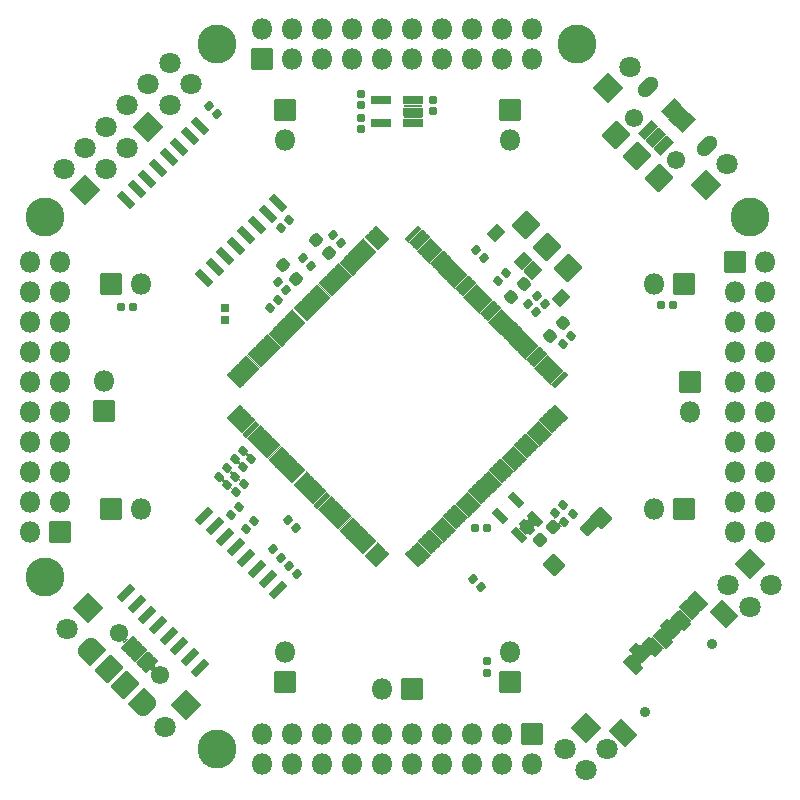
<source format=gbr>
G04 #@! TF.GenerationSoftware,KiCad,Pcbnew,5.99.0-unknown-29c2f3b7d4~131~ubuntu20.04.1*
G04 #@! TF.CreationDate,2021-09-13T23:51:00+03:00*
G04 #@! TF.ProjectId,FreeEEG32-alpha131,46726565-4545-4473-9332-2d616c706861,rev?*
G04 #@! TF.SameCoordinates,Original*
G04 #@! TF.FileFunction,Soldermask,Bot*
G04 #@! TF.FilePolarity,Negative*
%FSLAX46Y46*%
G04 Gerber Fmt 4.6, Leading zero omitted, Abs format (unit mm)*
G04 Created by KiCad (PCBNEW 5.99.0-unknown-29c2f3b7d4~131~ubuntu20.04.1) date 2021-09-13 23:51:00*
%MOMM*%
%LPD*%
G01*
G04 APERTURE LIST*
G04 Aperture macros list*
%AMRoundRect*
0 Rectangle with rounded corners*
0 $1 Rounding radius*
0 $2 $3 $4 $5 $6 $7 $8 $9 X,Y pos of 4 corners*
0 Add a 4 corners polygon primitive as box body*
4,1,4,$2,$3,$4,$5,$6,$7,$8,$9,$2,$3,0*
0 Add four circle primitives for the rounded corners*
1,1,$1+$1,$2,$3*
1,1,$1+$1,$4,$5*
1,1,$1+$1,$6,$7*
1,1,$1+$1,$8,$9*
0 Add four rect primitives between the rounded corners*
20,1,$1+$1,$2,$3,$4,$5,0*
20,1,$1+$1,$4,$5,$6,$7,0*
20,1,$1+$1,$6,$7,$8,$9,0*
20,1,$1+$1,$8,$9,$2,$3,0*%
%AMHorizOval*
0 Thick line with rounded ends*
0 $1 width*
0 $2 $3 position (X,Y) of the first rounded end (center of the circle)*
0 $4 $5 position (X,Y) of the second rounded end (center of the circle)*
0 Add line between two ends*
20,1,$1,$2,$3,$4,$5,0*
0 Add two circle primitives to create the rounded ends*
1,1,$1,$2,$3*
1,1,$1,$4,$5*%
G04 Aperture macros list end*
%ADD10RoundRect,0.051000X0.000000X-1.202082X1.202082X0.000000X0.000000X1.202082X-1.202082X0.000000X0*%
%ADD11HorizOval,1.802000X0.000000X0.000000X0.000000X0.000000X0*%
%ADD12C,1.552000*%
%ADD13HorizOval,1.302000X-0.247487X-0.247487X0.247487X0.247487X0*%
%ADD14HorizOval,1.302000X0.247487X0.247487X-0.247487X-0.247487X0*%
%ADD15C,0.902000*%
%ADD16RoundRect,0.051000X0.000000X1.202082X-1.202082X0.000000X0.000000X-1.202082X1.202082X0.000000X0*%
%ADD17HorizOval,1.802000X0.000000X0.000000X0.000000X0.000000X0*%
%ADD18RoundRect,0.051000X-1.202082X0.000000X0.000000X-1.202082X1.202082X0.000000X0.000000X1.202082X0*%
%ADD19HorizOval,1.802000X0.000000X0.000000X0.000000X0.000000X0*%
%ADD20RoundRect,0.051000X1.202082X0.000000X0.000000X1.202082X-1.202082X0.000000X0.000000X-1.202082X0*%
%ADD21HorizOval,1.802000X0.000000X0.000000X0.000000X0.000000X0*%
%ADD22RoundRect,0.051000X-0.850000X0.850000X-0.850000X-0.850000X0.850000X-0.850000X0.850000X0.850000X0*%
%ADD23O,1.802000X1.802000*%
%ADD24RoundRect,0.051000X0.850000X-0.850000X0.850000X0.850000X-0.850000X0.850000X-0.850000X-0.850000X0*%
%ADD25C,3.302000*%
%ADD26RoundRect,0.051000X-0.850000X-0.850000X0.850000X-0.850000X0.850000X0.850000X-0.850000X0.850000X0*%
%ADD27RoundRect,0.051000X0.850000X0.850000X-0.850000X0.850000X-0.850000X-0.850000X0.850000X-0.850000X0*%
%ADD28RoundRect,0.051000X-0.321734X-0.781353X0.781353X0.321734X0.321734X0.781353X-0.781353X-0.321734X0*%
%ADD29RoundRect,0.198500X-0.017678X0.226274X-0.226274X0.017678X0.017678X-0.226274X0.226274X-0.017678X0*%
%ADD30RoundRect,0.269750X0.335876X0.026517X0.026517X0.335876X-0.335876X-0.026517X-0.026517X-0.335876X0*%
%ADD31RoundRect,0.198500X0.017678X-0.226274X0.226274X-0.017678X-0.017678X0.226274X-0.226274X0.017678X0*%
%ADD32RoundRect,0.198500X0.226274X0.017678X0.017678X0.226274X-0.226274X-0.017678X-0.017678X-0.226274X0*%
%ADD33RoundRect,0.051000X-0.441942X-0.654074X0.654074X0.441942X0.441942X0.654074X-0.654074X-0.441942X0*%
%ADD34RoundRect,0.051000X-0.654074X0.441942X0.441942X-0.654074X0.654074X-0.441942X-0.441942X0.654074X0*%
%ADD35RoundRect,0.051000X-0.318198X-0.742462X0.742462X0.318198X0.318198X0.742462X-0.742462X-0.318198X0*%
%ADD36RoundRect,0.051000X-0.742462X-0.106066X-0.106066X-0.742462X0.742462X0.106066X0.106066X0.742462X0*%
%ADD37RoundRect,0.198500X-0.226274X-0.017678X-0.017678X-0.226274X0.226274X0.017678X0.017678X0.226274X0*%
%ADD38RoundRect,0.269750X-0.026517X0.335876X-0.335876X0.026517X0.026517X-0.335876X0.335876X-0.026517X0*%
%ADD39RoundRect,0.051000X0.742462X-0.318198X-0.318198X0.742462X-0.742462X0.318198X0.318198X-0.742462X0*%
%ADD40RoundRect,0.051000X0.618718X0.335876X0.335876X0.618718X-0.618718X-0.335876X-0.335876X-0.618718X0*%
%ADD41RoundRect,0.051000X1.096016X0.247487X0.247487X1.096016X-1.096016X-0.247487X-0.247487X-1.096016X0*%
%ADD42RoundRect,0.051000X1.202082X0.141421X0.141421X1.202082X-1.202082X-0.141421X-0.141421X-1.202082X0*%
%ADD43RoundRect,0.051000X-0.176777X1.166726X-1.166726X0.176777X0.176777X-1.166726X1.166726X-0.176777X0*%
%ADD44RoundRect,0.051000X-0.035355X0.954594X-0.954594X0.035355X0.035355X-0.954594X0.954594X-0.035355X0*%
%ADD45RoundRect,0.051000X-0.247487X0.813173X-0.813173X0.247487X0.247487X-0.813173X0.813173X-0.247487X0*%
%ADD46RoundRect,0.051000X0.017678X0.689429X-0.689429X-0.017678X-0.017678X-0.689429X0.689429X0.017678X0*%
%ADD47RoundRect,0.051000X0.742462X0.106066X0.106066X0.742462X-0.742462X-0.106066X-0.106066X-0.742462X0*%
%ADD48RoundRect,0.198500X-0.147500X-0.172500X0.147500X-0.172500X0.147500X0.172500X-0.147500X0.172500X0*%
%ADD49RoundRect,0.198500X0.172500X-0.147500X0.172500X0.147500X-0.172500X0.147500X-0.172500X-0.147500X0*%
%ADD50RoundRect,0.269750X0.026517X-0.335876X0.335876X-0.026517X-0.026517X0.335876X-0.335876X0.026517X0*%
%ADD51RoundRect,0.051000X0.035355X1.166726X-1.166726X-0.035355X-0.035355X-1.166726X1.166726X0.035355X0*%
%ADD52RoundRect,0.191000X-0.170000X0.140000X-0.170000X-0.140000X0.170000X-0.140000X0.170000X0.140000X0*%
%ADD53RoundRect,0.186000X0.135000X0.185000X-0.135000X0.185000X-0.135000X-0.185000X0.135000X-0.185000X0*%
%ADD54RoundRect,0.191000X0.170000X-0.140000X0.170000X0.140000X-0.170000X0.140000X-0.170000X-0.140000X0*%
%ADD55RoundRect,0.051000X0.780000X0.325000X-0.780000X0.325000X-0.780000X-0.325000X0.780000X-0.325000X0*%
%ADD56RoundRect,0.276000X-0.017678X0.335876X-0.335876X0.017678X0.017678X-0.335876X0.335876X-0.017678X0*%
%ADD57RoundRect,0.186000X-0.135000X-0.185000X0.135000X-0.185000X0.135000X0.185000X-0.135000X0.185000X0*%
%ADD58RoundRect,0.201000X0.468458X-0.256326X-0.256326X0.468458X-0.468458X0.256326X0.256326X-0.468458X0*%
%ADD59RoundRect,0.186000X-0.185000X0.135000X-0.185000X-0.135000X0.185000X-0.135000X0.185000X0.135000X0*%
G04 APERTURE END LIST*
D10*
X17888949Y26143949D03*
D11*
X19685000Y27940000D03*
D12*
X23593623Y20039345D03*
D13*
X26209918Y21241427D03*
D12*
X20058089Y23574879D03*
D14*
X21260171Y26191174D03*
D10*
X26143949Y17888949D03*
D11*
X27940000Y19685000D03*
D15*
X20955000Y-26670000D03*
D16*
X-17888949Y-26143949D03*
D17*
X-19685000Y-27940000D03*
D16*
X-26143949Y-17888949D03*
D17*
X-27940000Y-19685000D03*
D15*
X26670000Y-20955000D03*
D18*
X15983949Y-28048949D03*
D19*
X17780000Y-29845000D03*
X14187898Y-29845000D03*
X15983949Y-31641051D03*
D20*
X-21063949Y22860000D03*
D21*
X-22860000Y24656051D03*
X-19267898Y24656051D03*
X-21063949Y26452102D03*
X-17471847Y26452102D03*
X-19267898Y28248154D03*
D18*
X29845000Y-14187898D03*
D19*
X31641051Y-15983949D03*
X28048949Y-15983949D03*
X29845000Y-17780000D03*
D20*
X-26452102Y17471846D03*
D21*
X-28248153Y19267897D03*
X-24656051Y19267897D03*
X-26452102Y21063948D03*
X-22860000Y21063948D03*
X-24656051Y22860000D03*
D22*
X24257000Y-9525000D03*
D23*
X21717000Y-9525000D03*
D24*
X-24257000Y9525000D03*
D23*
X-21717000Y9525000D03*
D22*
X11430000Y-28575000D03*
D23*
X11430000Y-31115000D03*
X8890000Y-28575000D03*
X8890000Y-31115000D03*
X6350000Y-28575000D03*
X6350000Y-31115000D03*
X3810000Y-28575000D03*
X3810000Y-31115000D03*
X1270000Y-28575000D03*
X1270000Y-31115000D03*
X-1270000Y-28575000D03*
X-1270000Y-31115000D03*
X-3810000Y-28575000D03*
X-3810000Y-31115000D03*
X-6350000Y-28575000D03*
X-6350000Y-31115000D03*
X-8890000Y-28575000D03*
X-8890000Y-31115000D03*
X-11430000Y-28575000D03*
X-11430000Y-31115000D03*
D24*
X-24257000Y-9525000D03*
D23*
X-21717000Y-9525000D03*
D25*
X29845000Y15240000D03*
X-29845000Y-15240000D03*
X-15240000Y29845000D03*
D26*
X28575000Y11430000D03*
D23*
X31115000Y11430000D03*
X28575000Y8890000D03*
X31115000Y8890000D03*
X28575000Y6350000D03*
X31115000Y6350000D03*
X28575000Y3810000D03*
X31115000Y3810000D03*
X28575000Y1270000D03*
X31115000Y1270000D03*
X28575000Y-1270000D03*
X31115000Y-1270000D03*
X28575000Y-3810000D03*
X31115000Y-3810000D03*
X28575000Y-6350000D03*
X31115000Y-6350000D03*
X28575000Y-8890000D03*
X31115000Y-8890000D03*
X28575000Y-11430000D03*
X31115000Y-11430000D03*
D25*
X15240000Y29845000D03*
D22*
X1250000Y-24790000D03*
D23*
X-1290000Y-24790000D03*
D25*
X-15240000Y-29845000D03*
D27*
X-28575000Y-11430000D03*
D23*
X-31115000Y-11430000D03*
X-28575000Y-8890000D03*
X-31115000Y-8890000D03*
X-28575000Y-6350000D03*
X-31115000Y-6350000D03*
X-28575000Y-3810000D03*
X-31115000Y-3810000D03*
X-28575000Y-1270000D03*
X-31115000Y-1270000D03*
X-28575000Y1270000D03*
X-31115000Y1270000D03*
X-28575000Y3810000D03*
X-31115000Y3810000D03*
X-28575000Y6350000D03*
X-31115000Y6350000D03*
X-28575000Y8890000D03*
X-31115000Y8890000D03*
X-28575000Y11430000D03*
X-31115000Y11430000D03*
D27*
X9525000Y-24130000D03*
D23*
X9525000Y-21590000D03*
D24*
X-11430000Y28575000D03*
D23*
X-11430000Y31115000D03*
X-8890000Y28575000D03*
X-8890000Y31115000D03*
X-6350000Y28575000D03*
X-6350000Y31115000D03*
X-3810000Y28575000D03*
X-3810000Y31115000D03*
X-1270000Y28575000D03*
X-1270000Y31115000D03*
X1270000Y28575000D03*
X1270000Y31115000D03*
X3810000Y28575000D03*
X3810000Y31115000D03*
X6350000Y28575000D03*
X6350000Y31115000D03*
X8890000Y28575000D03*
X8890000Y31115000D03*
X11430000Y28575000D03*
X11430000Y31115000D03*
D26*
X-9525000Y24257000D03*
D23*
X-9525000Y21717000D03*
D22*
X24257000Y9525000D03*
D23*
X21717000Y9525000D03*
D27*
X-24790000Y-1250000D03*
D23*
X-24790000Y1290000D03*
D25*
X-29845000Y15240000D03*
D27*
X-9525000Y-24130000D03*
D23*
X-9525000Y-21590000D03*
D26*
X24790000Y1250000D03*
D23*
X24790000Y-1290000D03*
D26*
X9525000Y24257000D03*
D23*
X9525000Y21717000D03*
D28*
X22577157Y21214910D03*
X21905406Y21886662D03*
X21233654Y22558413D03*
X23142843Y24467602D03*
X23814594Y23795850D03*
X24486346Y23124099D03*
D29*
X-14389053Y-6083253D03*
X-15074947Y-6769147D03*
D30*
X-8587153Y9984153D03*
X-9700847Y11097847D03*
D31*
X14160453Y-10655347D03*
X14846347Y-9969453D03*
X-13042947Y-5981747D03*
X-12357053Y-5295853D03*
D32*
X-9436053Y9055053D03*
X-10121947Y9740947D03*
D33*
X-1378858Y-13753227D03*
X-1732412Y-13399674D03*
X-2085965Y-13046120D03*
X-2439518Y-12692567D03*
X-2793072Y-12339013D03*
X-3146625Y-11985460D03*
X-3500179Y-11631907D03*
X-3853732Y-11278353D03*
X-4207285Y-10924800D03*
X-4560839Y-10571246D03*
X-4914392Y-10217693D03*
X-5267946Y-9864140D03*
X-5621499Y-9510586D03*
X-5975052Y-9157033D03*
X-6328606Y-8803479D03*
X-6682159Y-8449926D03*
X-7035712Y-8096373D03*
X-7389266Y-7742819D03*
X-7742819Y-7389266D03*
X-8096373Y-7035712D03*
X-8449926Y-6682159D03*
X-8803479Y-6328606D03*
X-9157033Y-5975052D03*
X-9510586Y-5621499D03*
X-9864140Y-5267946D03*
X-10217693Y-4914392D03*
X-10571246Y-4560839D03*
X-10924800Y-4207285D03*
X-11278353Y-3853732D03*
X-11631907Y-3500179D03*
X-11985460Y-3146625D03*
X-12339013Y-2793072D03*
X-12692567Y-2439518D03*
X-13046120Y-2085965D03*
X-13399674Y-1732412D03*
X-13753227Y-1378858D03*
D34*
X-13753227Y1378858D03*
X-13399674Y1732412D03*
X-13046120Y2085965D03*
X-12692567Y2439518D03*
X-12339013Y2793072D03*
X-11985460Y3146625D03*
X-11631907Y3500179D03*
X-11278353Y3853732D03*
X-10924800Y4207285D03*
X-10571246Y4560839D03*
X-10217693Y4914392D03*
X-9864140Y5267946D03*
X-9510586Y5621499D03*
X-9157033Y5975052D03*
X-8803479Y6328606D03*
X-8449926Y6682159D03*
X-8096373Y7035712D03*
X-7742819Y7389266D03*
X-7389266Y7742819D03*
X-7035712Y8096373D03*
X-6682159Y8449926D03*
X-6328606Y8803479D03*
X-5975052Y9157033D03*
X-5621499Y9510586D03*
X-5267946Y9864140D03*
X-4914392Y10217693D03*
X-4560839Y10571246D03*
X-4207285Y10924800D03*
X-3853732Y11278353D03*
X-3500179Y11631907D03*
X-3146625Y11985460D03*
X-2793072Y12339013D03*
X-2439518Y12692567D03*
X-2085965Y13046120D03*
X-1732412Y13399674D03*
X-1378858Y13753227D03*
D33*
X1378858Y13753227D03*
X1732412Y13399674D03*
X2085965Y13046120D03*
X2439518Y12692567D03*
X2793072Y12339013D03*
X3146625Y11985460D03*
X3500179Y11631907D03*
X3853732Y11278353D03*
X4207285Y10924800D03*
X4560839Y10571246D03*
X4914392Y10217693D03*
X5267946Y9864140D03*
X5621499Y9510586D03*
X5975052Y9157033D03*
X6328606Y8803479D03*
X6682159Y8449926D03*
X7035712Y8096373D03*
X7389266Y7742819D03*
X7742819Y7389266D03*
X8096373Y7035712D03*
X8449926Y6682159D03*
X8803479Y6328606D03*
X9157033Y5975052D03*
X9510586Y5621499D03*
X9864140Y5267946D03*
X10217693Y4914392D03*
X10571246Y4560839D03*
X10924800Y4207285D03*
X11278353Y3853732D03*
X11631907Y3500179D03*
X11985460Y3146625D03*
X12339013Y2793072D03*
X12692567Y2439518D03*
X13046120Y2085965D03*
X13399674Y1732412D03*
X13753227Y1378858D03*
D34*
X13753227Y-1378858D03*
X13399674Y-1732412D03*
X13046120Y-2085965D03*
X12692567Y-2439518D03*
X12339013Y-2793072D03*
X11985460Y-3146625D03*
X11631907Y-3500179D03*
X11278353Y-3853732D03*
X10924800Y-4207285D03*
X10571246Y-4560839D03*
X10217693Y-4914392D03*
X9864140Y-5267946D03*
X9510586Y-5621499D03*
X9157033Y-5975052D03*
X8803479Y-6328606D03*
X8449926Y-6682159D03*
X8096373Y-7035712D03*
X7742819Y-7389266D03*
X7389266Y-7742819D03*
X7035712Y-8096373D03*
X6682159Y-8449926D03*
X6328606Y-8803479D03*
X5975052Y-9157033D03*
X5621499Y-9510586D03*
X5267946Y-9864140D03*
X4914392Y-10217693D03*
X4560839Y-10571246D03*
X4207285Y-10924800D03*
X3853732Y-11278353D03*
X3500179Y-11631907D03*
X3146625Y-11985460D03*
X2793072Y-12339013D03*
X2439518Y-12692567D03*
X2085965Y-13046120D03*
X1732412Y-13399674D03*
X1378858Y-13753227D03*
D29*
X-13423853Y-9309053D03*
X-14109747Y-9994947D03*
D35*
X-16654957Y-22941136D03*
X-17552983Y-22043111D03*
X-18451008Y-21145085D03*
X-19349034Y-20247059D03*
X-20247059Y-19349034D03*
X-21145085Y-18451008D03*
X-22043111Y-17552983D03*
X-22941136Y-16654957D03*
X-16365043Y-10078864D03*
X-15467017Y-10976889D03*
X-14568992Y-11874915D03*
X-13670966Y-12772941D03*
X-12772941Y-13670966D03*
X-11874915Y-14568992D03*
X-10976889Y-15467017D03*
X-10078864Y-16365043D03*
D29*
X14731917Y5105066D03*
X14046023Y4419172D03*
D36*
X11533274Y10672982D03*
X13866726Y8339530D03*
D32*
X12484147Y7861253D03*
X11798253Y8547147D03*
D37*
X-9232947Y-10452053D03*
X-8547053Y-11137947D03*
D38*
X10716847Y9506257D03*
X9603153Y8392563D03*
D32*
X7327947Y11722053D03*
X6642053Y12407947D03*
D37*
X-10553747Y-12941253D03*
X-9867853Y-13627147D03*
D29*
X-12128453Y-10502853D03*
X-12814347Y-11188747D03*
D30*
X-5793153Y12143153D03*
X-6906847Y13256847D03*
D29*
X-13703253Y-6769053D03*
X-14389147Y-7454947D03*
D39*
X-10078864Y16365043D03*
X-10976889Y15467017D03*
X-11874915Y14568992D03*
X-12772941Y13670966D03*
X-13670966Y12772941D03*
X-14568992Y11874915D03*
X-15467017Y10976889D03*
X-16365043Y10078864D03*
X-22941136Y16654957D03*
X-22043111Y17552983D03*
X-21145085Y18451008D03*
X-20247059Y19349034D03*
X-19349034Y20247059D03*
X-18451008Y21145085D03*
X-17552983Y22043111D03*
X-16654957Y22941136D03*
D29*
X-9182053Y14947947D03*
X-9867947Y14262053D03*
D40*
X-20906618Y-22745095D03*
X-21366237Y-22285476D03*
X-21825856Y-21825856D03*
X-22285476Y-21366237D03*
X-22745095Y-20906618D03*
D12*
X-23593623Y-20058089D03*
D13*
X-21260171Y-26209918D03*
D41*
X-25785654Y-21684435D03*
X-21684435Y-25785654D03*
D42*
X-24442151Y-23027938D03*
X-23027938Y-24442151D03*
D12*
X-20058089Y-23593623D03*
D14*
X-26209918Y-21260171D03*
D43*
X19107710Y-28444210D03*
D44*
X13238724Y-14302074D03*
D43*
X27699058Y-18438649D03*
D44*
X17269232Y-10271565D03*
D45*
X20005736Y-22752000D03*
X20500710Y-21691340D03*
X21561371Y-21196365D03*
X22480609Y-20559969D03*
X23117006Y-19640730D03*
X24036244Y-19004334D03*
X24672640Y-18085095D03*
X25450458Y-17307278D03*
D46*
X16130791Y-11098880D03*
D37*
X6388053Y-15405053D03*
X7073947Y-16090947D03*
D32*
X-4737053Y12992053D03*
X-5422947Y13677947D03*
D47*
X10691726Y11514530D03*
X8358274Y13847982D03*
D48*
X6627000Y-11099800D03*
X7597000Y-11099800D03*
D31*
X-10756947Y7531053D03*
X-10071053Y8216947D03*
D29*
X9232947Y10488975D03*
X8547053Y9803081D03*
D32*
X11772947Y7150053D03*
X11087053Y7835947D03*
D49*
X-14605000Y6500000D03*
X-14605000Y7470000D03*
D50*
X12942105Y5094272D03*
X14055799Y6207966D03*
D29*
X-12941253Y-7404053D03*
X-13627147Y-8089947D03*
D31*
X-13703347Y-5270547D03*
X-13017453Y-4584653D03*
D37*
X-15963947Y24599947D03*
X-15278053Y23914053D03*
D32*
X-8496253Y-14998747D03*
X-9182147Y-14312853D03*
D31*
X13373053Y-9867947D03*
X14058947Y-9182053D03*
D37*
X-7962947Y11772947D03*
X-7277053Y11087053D03*
D51*
X18532325Y22124428D03*
X20328377Y20328377D03*
X22124428Y18532325D03*
X14487675Y10895572D03*
X12691623Y12691623D03*
X10895572Y14487675D03*
D52*
X-3048000Y25626000D03*
X-3048000Y24666000D03*
D53*
X-22350000Y7620000D03*
X-23370000Y7620000D03*
D54*
X-3048000Y22634000D03*
X-3048000Y23594000D03*
D55*
X1350000Y25080000D03*
X1350000Y24130000D03*
X1350000Y23180000D03*
X-1350000Y23180000D03*
X-1350000Y25080000D03*
D56*
X13197208Y-11059792D03*
X12101192Y-12155808D03*
D57*
X22350000Y7747000D03*
X23370000Y7747000D03*
D58*
X11686885Y-10343383D03*
X11015134Y-11015134D03*
X10343383Y-11686885D03*
X8734715Y-10078217D03*
X10078217Y-8734715D03*
D52*
X3048000Y25118000D03*
X3048000Y24158000D03*
D59*
X7620000Y-22350000D03*
X7620000Y-23370000D03*
G36*
X-20477029Y-22671888D02*
G01*
X-20477206Y-22673364D01*
X-20510677Y-22734663D01*
X-20505737Y-22803745D01*
X-20464232Y-22859189D01*
X-20399299Y-22883408D01*
X-20340723Y-22873127D01*
X-20340058Y-22873370D01*
X-20339525Y-22872703D01*
X-20298489Y-22854432D01*
X-20298092Y-22854303D01*
X-20264458Y-22847154D01*
X-20262556Y-22847772D01*
X-20262140Y-22849728D01*
X-20263397Y-22851003D01*
X-20338067Y-22876423D01*
X-20338970Y-22876244D01*
X-20339732Y-22876990D01*
X-20387638Y-22893298D01*
X-20534602Y-22983712D01*
X-20657887Y-23104440D01*
X-20751359Y-23249481D01*
X-20784502Y-23340540D01*
X-20786034Y-23341826D01*
X-20787913Y-23341142D01*
X-20788283Y-23339238D01*
X-20775979Y-23301369D01*
X-20773993Y-23231841D01*
X-20809758Y-23172531D01*
X-20871909Y-23141974D01*
X-20940816Y-23149880D01*
X-20980137Y-23176358D01*
X-20982132Y-23176496D01*
X-20983249Y-23174837D01*
X-20982668Y-23173285D01*
X-20480375Y-22670992D01*
X-20478443Y-22670474D01*
X-20477029Y-22671888D01*
G37*
G36*
X-20696424Y-21954252D02*
G01*
X-20695781Y-21955366D01*
X-20692545Y-21971634D01*
X-20690493Y-21971225D01*
X-20688599Y-21971868D01*
X-20688111Y-21973008D01*
X-20686086Y-21995591D01*
X-20643591Y-22050278D01*
X-20593815Y-22067831D01*
X-20592514Y-22069350D01*
X-20592518Y-22070107D01*
X-20592776Y-22071403D01*
X-20576507Y-22074639D01*
X-20575003Y-22075958D01*
X-20575393Y-22077920D01*
X-20576507Y-22078563D01*
X-20589480Y-22081144D01*
X-20605531Y-22091868D01*
X-21559845Y-23046182D01*
X-21570569Y-23062233D01*
X-21573150Y-23075205D01*
X-21574469Y-23076709D01*
X-21576431Y-23076319D01*
X-21577074Y-23075205D01*
X-21580310Y-23058937D01*
X-21582362Y-23059346D01*
X-21584256Y-23058703D01*
X-21584744Y-23057563D01*
X-21586769Y-23034980D01*
X-21629264Y-22980293D01*
X-21679040Y-22962740D01*
X-21680341Y-22961221D01*
X-21680337Y-22960464D01*
X-21680079Y-22959168D01*
X-21696348Y-22955932D01*
X-21697852Y-22954613D01*
X-21697462Y-22952651D01*
X-21696348Y-22952008D01*
X-21683375Y-22949427D01*
X-21667324Y-22938703D01*
X-20713010Y-21984389D01*
X-20702286Y-21968338D01*
X-20699705Y-21955366D01*
X-20698386Y-21953862D01*
X-20696424Y-21954252D01*
G37*
G36*
X19847520Y-21673132D02*
G01*
X20713409Y-22539021D01*
X20729460Y-22549746D01*
X20742433Y-22552326D01*
X20743937Y-22553645D01*
X20743547Y-22555607D01*
X20742433Y-22556250D01*
X20725013Y-22559715D01*
X20663381Y-22591954D01*
X20629108Y-22652139D01*
X20632818Y-22721364D01*
X20662032Y-22767728D01*
X20662109Y-22769726D01*
X20660417Y-22770793D01*
X20658926Y-22770208D01*
X19793037Y-21904319D01*
X19776986Y-21893594D01*
X19764013Y-21891014D01*
X19762509Y-21889695D01*
X19762899Y-21887733D01*
X19764013Y-21887090D01*
X19781433Y-21883625D01*
X19843065Y-21851386D01*
X19877338Y-21791201D01*
X19873628Y-21721976D01*
X19844414Y-21675612D01*
X19844337Y-21673614D01*
X19846029Y-21672547D01*
X19847520Y-21673132D01*
G37*
G36*
X-21156043Y-21494632D02*
G01*
X-21155400Y-21495746D01*
X-21152164Y-21512014D01*
X-21150109Y-21511605D01*
X-21148215Y-21512248D01*
X-21147727Y-21513388D01*
X-21145696Y-21535995D01*
X-21103191Y-21590674D01*
X-21053433Y-21608208D01*
X-21052132Y-21609727D01*
X-21052136Y-21610484D01*
X-21052395Y-21611784D01*
X-21036126Y-21615020D01*
X-21034622Y-21616339D01*
X-21035012Y-21618301D01*
X-21036126Y-21618944D01*
X-21049099Y-21621525D01*
X-21065150Y-21632249D01*
X-22019464Y-22586563D01*
X-22030188Y-22602614D01*
X-22032769Y-22615586D01*
X-22034088Y-22617090D01*
X-22036050Y-22616700D01*
X-22036693Y-22615586D01*
X-22039929Y-22599318D01*
X-22041984Y-22599727D01*
X-22043878Y-22599084D01*
X-22044366Y-22597944D01*
X-22046397Y-22575337D01*
X-22088902Y-22520658D01*
X-22138660Y-22503124D01*
X-22139961Y-22501605D01*
X-22139957Y-22500848D01*
X-22139698Y-22499548D01*
X-22155967Y-22496312D01*
X-22157471Y-22494993D01*
X-22157081Y-22493031D01*
X-22155967Y-22492388D01*
X-22142994Y-22489807D01*
X-22126943Y-22479083D01*
X-21172629Y-21524769D01*
X-21161905Y-21508718D01*
X-21159324Y-21495746D01*
X-21158005Y-21494242D01*
X-21156043Y-21494632D01*
G37*
G36*
X-21615663Y-21035013D02*
G01*
X-21615020Y-21036127D01*
X-21611784Y-21052395D01*
X-21609732Y-21051986D01*
X-21607838Y-21052629D01*
X-21607350Y-21053769D01*
X-21605325Y-21076352D01*
X-21562830Y-21131039D01*
X-21513053Y-21148592D01*
X-21511752Y-21150111D01*
X-21511756Y-21150868D01*
X-21512014Y-21152164D01*
X-21495745Y-21155400D01*
X-21494241Y-21156719D01*
X-21494631Y-21158681D01*
X-21495745Y-21159324D01*
X-21508718Y-21161905D01*
X-21524769Y-21172629D01*
X-22479083Y-22126943D01*
X-22489807Y-22142994D01*
X-22492388Y-22155966D01*
X-22493707Y-22157470D01*
X-22495669Y-22157080D01*
X-22496312Y-22155966D01*
X-22499548Y-22139698D01*
X-22501600Y-22140107D01*
X-22503494Y-22139464D01*
X-22503982Y-22138324D01*
X-22506007Y-22115741D01*
X-22548502Y-22061054D01*
X-22598279Y-22043501D01*
X-22599580Y-22041982D01*
X-22599576Y-22041225D01*
X-22599318Y-22039929D01*
X-22615587Y-22036693D01*
X-22617091Y-22035374D01*
X-22616701Y-22033412D01*
X-22615587Y-22032769D01*
X-22602614Y-22030188D01*
X-22586563Y-22019464D01*
X-21632249Y-21065150D01*
X-21621525Y-21049099D01*
X-21618944Y-21036127D01*
X-21617625Y-21034623D01*
X-21615663Y-21035013D01*
G37*
G36*
X20699742Y-20953528D02*
G01*
X20700385Y-20954642D01*
X20702965Y-20967615D01*
X20713690Y-20983666D01*
X21579575Y-21849551D01*
X21580093Y-21851483D01*
X21578679Y-21852897D01*
X21577203Y-21852720D01*
X21515905Y-21819250D01*
X21446823Y-21824190D01*
X21391326Y-21865735D01*
X21369098Y-21915580D01*
X21365620Y-21933063D01*
X21364301Y-21934567D01*
X21362339Y-21934177D01*
X21361696Y-21933063D01*
X21359116Y-21920090D01*
X21348391Y-21904039D01*
X20482506Y-21038154D01*
X20481988Y-21036222D01*
X20483402Y-21034808D01*
X20484878Y-21034985D01*
X20546176Y-21068455D01*
X20615258Y-21063515D01*
X20670755Y-21021970D01*
X20692983Y-20972125D01*
X20696461Y-20954642D01*
X20697780Y-20953138D01*
X20699742Y-20953528D01*
G37*
G36*
X-22075282Y-20575394D02*
G01*
X-22074639Y-20576508D01*
X-22071403Y-20592776D01*
X-22069351Y-20592367D01*
X-22067457Y-20593010D01*
X-22066969Y-20594150D01*
X-22064944Y-20616733D01*
X-22022449Y-20671420D01*
X-21972673Y-20688973D01*
X-21971372Y-20690492D01*
X-21971376Y-20691249D01*
X-21971634Y-20692545D01*
X-21955365Y-20695781D01*
X-21953861Y-20697100D01*
X-21954251Y-20699062D01*
X-21955365Y-20699705D01*
X-21968338Y-20702286D01*
X-21984389Y-20713010D01*
X-22938703Y-21667324D01*
X-22949427Y-21683375D01*
X-22952008Y-21696347D01*
X-22953327Y-21697851D01*
X-22955289Y-21697461D01*
X-22955932Y-21696347D01*
X-22959168Y-21680079D01*
X-22961220Y-21680488D01*
X-22963114Y-21679845D01*
X-22963602Y-21678705D01*
X-22965627Y-21656122D01*
X-23008122Y-21601435D01*
X-23057898Y-21583882D01*
X-23059199Y-21582363D01*
X-23059195Y-21581606D01*
X-23058937Y-21580310D01*
X-23075206Y-21577074D01*
X-23076710Y-21575755D01*
X-23076320Y-21573793D01*
X-23075206Y-21573150D01*
X-23062233Y-21570569D01*
X-23046182Y-21559845D01*
X-22091868Y-20605531D01*
X-22081144Y-20589480D01*
X-22078563Y-20576508D01*
X-22077244Y-20575004D01*
X-22075282Y-20575394D01*
G37*
G36*
X21618980Y-20317131D02*
G01*
X21619623Y-20318245D01*
X21622203Y-20331219D01*
X21632928Y-20347270D01*
X22640236Y-21354578D01*
X22640754Y-21356510D01*
X22639340Y-21357924D01*
X22637864Y-21357747D01*
X22576566Y-21324277D01*
X22507484Y-21329217D01*
X22451987Y-21370762D01*
X22429759Y-21420606D01*
X22426281Y-21438089D01*
X22424962Y-21439593D01*
X22423000Y-21439203D01*
X22422357Y-21438089D01*
X22419777Y-21425115D01*
X22409052Y-21409064D01*
X21401744Y-20401756D01*
X21401226Y-20399824D01*
X21402640Y-20398410D01*
X21404116Y-20398587D01*
X21465414Y-20432057D01*
X21534496Y-20427117D01*
X21589993Y-20385572D01*
X21612221Y-20335728D01*
X21615699Y-20318245D01*
X21617018Y-20316741D01*
X21618980Y-20317131D01*
G37*
G36*
X-22865196Y-20314947D02*
G01*
X-22864844Y-20316829D01*
X-22875733Y-20350343D01*
X-22877719Y-20419871D01*
X-22841954Y-20479181D01*
X-22779803Y-20509738D01*
X-22710896Y-20501832D01*
X-22671575Y-20475354D01*
X-22669580Y-20475216D01*
X-22668463Y-20476875D01*
X-22669044Y-20478427D01*
X-23171337Y-20980720D01*
X-23173269Y-20981238D01*
X-23174683Y-20979824D01*
X-23174506Y-20978348D01*
X-23141035Y-20917049D01*
X-23145975Y-20847967D01*
X-23187480Y-20792523D01*
X-23252413Y-20768304D01*
X-23306955Y-20777877D01*
X-23308834Y-20777191D01*
X-23309180Y-20775221D01*
X-23307919Y-20774005D01*
X-23273886Y-20762948D01*
X-23125669Y-20674592D01*
X-23000717Y-20555601D01*
X-22905226Y-20411877D01*
X-22868616Y-20315501D01*
X-22867066Y-20314237D01*
X-22865196Y-20314947D01*
G37*
G36*
X22322394Y-19481100D02*
G01*
X23329705Y-20488411D01*
X23345756Y-20499136D01*
X23358730Y-20501716D01*
X23360234Y-20503035D01*
X23359844Y-20504997D01*
X23358730Y-20505640D01*
X23341306Y-20509106D01*
X23279675Y-20541346D01*
X23245402Y-20601531D01*
X23249113Y-20670757D01*
X23278327Y-20717119D01*
X23278404Y-20719117D01*
X23276712Y-20720184D01*
X23275221Y-20719599D01*
X22267910Y-19712288D01*
X22251859Y-19701563D01*
X22238885Y-19698983D01*
X22237381Y-19697664D01*
X22237771Y-19695702D01*
X22238885Y-19695059D01*
X22256309Y-19691593D01*
X22317940Y-19659353D01*
X22352213Y-19599168D01*
X22348502Y-19529942D01*
X22319288Y-19483580D01*
X22319211Y-19481582D01*
X22320903Y-19480515D01*
X22322394Y-19481100D01*
G37*
G36*
X23174615Y-18761496D02*
G01*
X23175258Y-18762610D01*
X23177838Y-18775584D01*
X23188563Y-18791635D01*
X24195871Y-19798943D01*
X24196389Y-19800875D01*
X24194975Y-19802289D01*
X24193499Y-19802112D01*
X24132201Y-19768642D01*
X24063119Y-19773582D01*
X24007622Y-19815127D01*
X23985394Y-19864971D01*
X23981916Y-19882454D01*
X23980597Y-19883958D01*
X23978635Y-19883568D01*
X23977992Y-19882454D01*
X23975412Y-19869480D01*
X23964687Y-19853429D01*
X22957379Y-18846121D01*
X22956861Y-18844189D01*
X22958275Y-18842775D01*
X22959751Y-18842952D01*
X23021049Y-18876422D01*
X23090131Y-18871482D01*
X23145628Y-18829937D01*
X23167856Y-18780093D01*
X23171334Y-18762610D01*
X23172653Y-18761106D01*
X23174615Y-18761496D01*
G37*
G36*
X23878029Y-17925466D02*
G01*
X24885339Y-18932776D01*
X24901390Y-18943501D01*
X24914363Y-18946081D01*
X24915867Y-18947400D01*
X24915477Y-18949362D01*
X24914363Y-18950005D01*
X24896942Y-18953470D01*
X24835310Y-18985709D01*
X24801037Y-19045893D01*
X24804747Y-19115119D01*
X24833961Y-19161483D01*
X24834038Y-19163481D01*
X24832346Y-19164548D01*
X24830855Y-19163963D01*
X23823545Y-18156653D01*
X23807494Y-18145928D01*
X23794521Y-18143348D01*
X23793017Y-18142029D01*
X23793407Y-18140067D01*
X23794521Y-18139424D01*
X23811942Y-18135959D01*
X23873574Y-18103720D01*
X23907847Y-18043536D01*
X23904137Y-17974310D01*
X23874923Y-17927946D01*
X23874846Y-17925948D01*
X23876538Y-17924881D01*
X23878029Y-17925466D01*
G37*
G36*
X24594744Y-17082557D02*
G01*
X24602777Y-17094579D01*
X25663157Y-18154959D01*
X25675850Y-18163441D01*
X25676735Y-18165235D01*
X25675623Y-18166898D01*
X25674917Y-18167096D01*
X25607837Y-18173099D01*
X25553143Y-18215586D01*
X25530045Y-18281059D01*
X25532012Y-18308562D01*
X25531138Y-18310361D01*
X25529143Y-18310504D01*
X25528354Y-18309816D01*
X25520321Y-18297794D01*
X24459941Y-17237414D01*
X24447248Y-17228932D01*
X24446363Y-17227138D01*
X24447475Y-17225475D01*
X24448181Y-17225277D01*
X24515261Y-17219274D01*
X24569955Y-17176787D01*
X24593053Y-17111314D01*
X24591086Y-17083811D01*
X24591960Y-17082012D01*
X24593955Y-17081869D01*
X24594744Y-17082557D01*
G37*
G36*
X1029287Y-12957900D02*
G01*
X1029541Y-12958551D01*
X1033105Y-12976470D01*
X1043830Y-12992521D01*
X2139565Y-14088256D01*
X2155616Y-14098981D01*
X2173354Y-14102509D01*
X2174858Y-14103828D01*
X2174468Y-14105790D01*
X2173891Y-14106243D01*
X2117863Y-14135549D01*
X2085446Y-14194918D01*
X2083739Y-14195959D01*
X2081983Y-14195001D01*
X2081729Y-14194350D01*
X2078165Y-14176431D01*
X2067440Y-14160380D01*
X971705Y-13064645D01*
X955654Y-13053920D01*
X937916Y-13050392D01*
X936412Y-13049073D01*
X936802Y-13047111D01*
X937379Y-13046658D01*
X993407Y-13017352D01*
X1025824Y-12957983D01*
X1027531Y-12956942D01*
X1029287Y-12957900D01*
G37*
G36*
X-1026296Y-12957618D02*
G01*
X-1025843Y-12958195D01*
X-996537Y-13014222D01*
X-937168Y-13046640D01*
X-936127Y-13048347D01*
X-937085Y-13050103D01*
X-937736Y-13050357D01*
X-955654Y-13053920D01*
X-971705Y-13064645D01*
X-2067440Y-14160380D01*
X-2078165Y-14176431D01*
X-2081693Y-14194169D01*
X-2083012Y-14195673D01*
X-2084974Y-14195283D01*
X-2085427Y-14194706D01*
X-2114733Y-14138679D01*
X-2174102Y-14106261D01*
X-2175143Y-14104554D01*
X-2174185Y-14102798D01*
X-2173534Y-14102544D01*
X-2155616Y-14098981D01*
X-2139565Y-14088256D01*
X-1043830Y-12992521D01*
X-1033105Y-12976470D01*
X-1029577Y-12958732D01*
X-1028258Y-12957228D01*
X-1026296Y-12957618D01*
G37*
G36*
X1382841Y-12604347D02*
G01*
X1383095Y-12604998D01*
X1386658Y-12622916D01*
X1397383Y-12638967D01*
X2493118Y-13734702D01*
X2509169Y-13745427D01*
X2526907Y-13748955D01*
X2528411Y-13750274D01*
X2528021Y-13752236D01*
X2527444Y-13752689D01*
X2471417Y-13781995D01*
X2438999Y-13841364D01*
X2437292Y-13842405D01*
X2435536Y-13841447D01*
X2435282Y-13840796D01*
X2431719Y-13822878D01*
X2420994Y-13806827D01*
X1325259Y-12711092D01*
X1309208Y-12700367D01*
X1291470Y-12696839D01*
X1289966Y-12695520D01*
X1290356Y-12693558D01*
X1290933Y-12693105D01*
X1346960Y-12663799D01*
X1379378Y-12604430D01*
X1381085Y-12603389D01*
X1382841Y-12604347D01*
G37*
G36*
X-1379849Y-12604064D02*
G01*
X-1379396Y-12604641D01*
X-1350090Y-12660669D01*
X-1290721Y-12693086D01*
X-1289680Y-12694793D01*
X-1290638Y-12696549D01*
X-1291289Y-12696803D01*
X-1309208Y-12700367D01*
X-1325259Y-12711092D01*
X-2420994Y-13806827D01*
X-2431719Y-13822878D01*
X-2435247Y-13840616D01*
X-2436566Y-13842120D01*
X-2438528Y-13841730D01*
X-2438981Y-13841153D01*
X-2468287Y-13785125D01*
X-2527656Y-13752708D01*
X-2528697Y-13751001D01*
X-2527739Y-13749245D01*
X-2527088Y-13748991D01*
X-2509169Y-13745427D01*
X-2493118Y-13734702D01*
X-1397383Y-12638967D01*
X-1386658Y-12622916D01*
X-1383130Y-12605178D01*
X-1381811Y-12603674D01*
X-1379849Y-12604064D01*
G37*
G36*
X1736393Y-12250793D02*
G01*
X1736647Y-12251444D01*
X1740211Y-12269363D01*
X1750936Y-12285414D01*
X2846671Y-13381149D01*
X2862722Y-13391874D01*
X2880460Y-13395402D01*
X2881964Y-13396721D01*
X2881574Y-13398683D01*
X2880997Y-13399136D01*
X2824970Y-13428442D01*
X2792553Y-13487811D01*
X2790846Y-13488852D01*
X2789090Y-13487894D01*
X2788836Y-13487243D01*
X2785272Y-13469324D01*
X2774547Y-13453273D01*
X1678812Y-12357538D01*
X1662761Y-12346813D01*
X1645023Y-12343285D01*
X1643519Y-12341966D01*
X1643909Y-12340004D01*
X1644486Y-12339551D01*
X1700513Y-12310245D01*
X1732930Y-12250876D01*
X1734637Y-12249835D01*
X1736393Y-12250793D01*
G37*
G36*
X-1733402Y-12250511D02*
G01*
X-1732949Y-12251088D01*
X-1703643Y-12307115D01*
X-1644274Y-12339532D01*
X-1643233Y-12341239D01*
X-1644191Y-12342995D01*
X-1644842Y-12343249D01*
X-1662761Y-12346813D01*
X-1678812Y-12357538D01*
X-2774547Y-13453273D01*
X-2785272Y-13469324D01*
X-2788800Y-13487062D01*
X-2790119Y-13488566D01*
X-2792081Y-13488176D01*
X-2792534Y-13487599D01*
X-2821840Y-13431572D01*
X-2881209Y-13399155D01*
X-2882250Y-13397448D01*
X-2881292Y-13395692D01*
X-2880641Y-13395438D01*
X-2862722Y-13391874D01*
X-2846671Y-13381149D01*
X-1750936Y-12285414D01*
X-1740211Y-12269363D01*
X-1736683Y-12251625D01*
X-1735364Y-12250121D01*
X-1733402Y-12250511D01*
G37*
G36*
X2089948Y-11897240D02*
G01*
X2090202Y-11897891D01*
X2093765Y-11915809D01*
X2104490Y-11931860D01*
X3200225Y-13027595D01*
X3216276Y-13038320D01*
X3234014Y-13041848D01*
X3235518Y-13043167D01*
X3235128Y-13045129D01*
X3234551Y-13045582D01*
X3178523Y-13074888D01*
X3146105Y-13134257D01*
X3144398Y-13135298D01*
X3142642Y-13134340D01*
X3142388Y-13133689D01*
X3138825Y-13115771D01*
X3128100Y-13099720D01*
X2032365Y-12003985D01*
X2016314Y-11993260D01*
X1998576Y-11989732D01*
X1997072Y-11988413D01*
X1997462Y-11986451D01*
X1998039Y-11985998D01*
X2054067Y-11956692D01*
X2086485Y-11897323D01*
X2088192Y-11896282D01*
X2089948Y-11897240D01*
G37*
G36*
X-2086956Y-11896957D02*
G01*
X-2086503Y-11897534D01*
X-2057197Y-11953562D01*
X-1997828Y-11985980D01*
X-1996787Y-11987687D01*
X-1997745Y-11989443D01*
X-1998396Y-11989697D01*
X-2016314Y-11993260D01*
X-2032365Y-12003985D01*
X-3128100Y-13099720D01*
X-3138825Y-13115771D01*
X-3142353Y-13133509D01*
X-3143672Y-13135013D01*
X-3145634Y-13134623D01*
X-3146087Y-13134046D01*
X-3175393Y-13078018D01*
X-3234762Y-13045600D01*
X-3235803Y-13043893D01*
X-3234845Y-13042137D01*
X-3234194Y-13041883D01*
X-3216276Y-13038320D01*
X-3200225Y-13027595D01*
X-2104490Y-11931860D01*
X-2093765Y-11915809D01*
X-2090237Y-11898071D01*
X-2088918Y-11896567D01*
X-2086956Y-11896957D01*
G37*
G36*
X2443500Y-11543686D02*
G01*
X2443754Y-11544337D01*
X2447318Y-11562256D01*
X2458043Y-11578307D01*
X3553778Y-12674042D01*
X3569829Y-12684767D01*
X3587567Y-12688295D01*
X3589071Y-12689614D01*
X3588681Y-12691576D01*
X3588104Y-12692029D01*
X3532077Y-12721335D01*
X3499660Y-12780704D01*
X3497953Y-12781745D01*
X3496197Y-12780787D01*
X3495943Y-12780136D01*
X3492379Y-12762217D01*
X3481654Y-12746166D01*
X2385919Y-11650431D01*
X2369868Y-11639706D01*
X2352130Y-11636178D01*
X2350626Y-11634859D01*
X2351016Y-11632897D01*
X2351593Y-11632444D01*
X2407620Y-11603138D01*
X2440037Y-11543769D01*
X2441744Y-11542728D01*
X2443500Y-11543686D01*
G37*
G36*
X-2440509Y-11543404D02*
G01*
X-2440056Y-11543981D01*
X-2410750Y-11600008D01*
X-2351381Y-11632425D01*
X-2350340Y-11634132D01*
X-2351298Y-11635888D01*
X-2351949Y-11636142D01*
X-2369868Y-11639706D01*
X-2385919Y-11650431D01*
X-3481654Y-12746166D01*
X-3492379Y-12762217D01*
X-3495907Y-12779955D01*
X-3497226Y-12781459D01*
X-3499188Y-12781069D01*
X-3499641Y-12780492D01*
X-3528947Y-12724465D01*
X-3588316Y-12692048D01*
X-3589357Y-12690341D01*
X-3588399Y-12688585D01*
X-3587748Y-12688331D01*
X-3569829Y-12684767D01*
X-3553778Y-12674042D01*
X-2458043Y-11578307D01*
X-2447318Y-11562256D01*
X-2443790Y-11544518D01*
X-2442471Y-11543014D01*
X-2440509Y-11543404D01*
G37*
G36*
X2797054Y-11190133D02*
G01*
X2797308Y-11190784D01*
X2800872Y-11208703D01*
X2811597Y-11224754D01*
X3907332Y-12320489D01*
X3923383Y-12331214D01*
X3941121Y-12334742D01*
X3942625Y-12336061D01*
X3942235Y-12338023D01*
X3941658Y-12338476D01*
X3885630Y-12367782D01*
X3853213Y-12427151D01*
X3851506Y-12428192D01*
X3849750Y-12427234D01*
X3849496Y-12426583D01*
X3845932Y-12408664D01*
X3835207Y-12392613D01*
X2739472Y-11296878D01*
X2723421Y-11286153D01*
X2705683Y-11282625D01*
X2704179Y-11281306D01*
X2704569Y-11279344D01*
X2705146Y-11278891D01*
X2761174Y-11249585D01*
X2793591Y-11190216D01*
X2795298Y-11189175D01*
X2797054Y-11190133D01*
G37*
G36*
X-2794063Y-11189851D02*
G01*
X-2793610Y-11190428D01*
X-2764304Y-11246455D01*
X-2704935Y-11278873D01*
X-2703894Y-11280580D01*
X-2704852Y-11282336D01*
X-2705503Y-11282590D01*
X-2723421Y-11286153D01*
X-2739472Y-11296878D01*
X-3835207Y-12392613D01*
X-3845932Y-12408664D01*
X-3849460Y-12426402D01*
X-3850779Y-12427906D01*
X-3852741Y-12427516D01*
X-3853194Y-12426939D01*
X-3882500Y-12370912D01*
X-3941869Y-12338494D01*
X-3942910Y-12336787D01*
X-3941952Y-12335031D01*
X-3941301Y-12334777D01*
X-3923383Y-12331214D01*
X-3907332Y-12320489D01*
X-2811597Y-11224754D01*
X-2800872Y-11208703D01*
X-2797344Y-11190965D01*
X-2796025Y-11189461D01*
X-2794063Y-11189851D01*
G37*
G36*
X3150608Y-10836580D02*
G01*
X3150862Y-10837231D01*
X3154425Y-10855149D01*
X3165150Y-10871200D01*
X4260885Y-11966935D01*
X4276936Y-11977660D01*
X4294674Y-11981188D01*
X4296178Y-11982507D01*
X4295788Y-11984469D01*
X4295211Y-11984922D01*
X4239184Y-12014228D01*
X4206766Y-12073597D01*
X4205059Y-12074638D01*
X4203303Y-12073680D01*
X4203049Y-12073029D01*
X4199486Y-12055111D01*
X4188761Y-12039060D01*
X3093026Y-10943325D01*
X3076975Y-10932600D01*
X3059237Y-10929072D01*
X3057733Y-10927753D01*
X3058123Y-10925791D01*
X3058700Y-10925338D01*
X3114727Y-10896032D01*
X3147145Y-10836663D01*
X3148852Y-10835622D01*
X3150608Y-10836580D01*
G37*
G36*
X-3147616Y-10836297D02*
G01*
X-3147163Y-10836874D01*
X-3117857Y-10892902D01*
X-3058488Y-10925319D01*
X-3057447Y-10927026D01*
X-3058405Y-10928782D01*
X-3059056Y-10929036D01*
X-3076975Y-10932600D01*
X-3093026Y-10943325D01*
X-4188761Y-12039060D01*
X-4199486Y-12055111D01*
X-4203014Y-12072849D01*
X-4204333Y-12074353D01*
X-4206295Y-12073963D01*
X-4206748Y-12073386D01*
X-4236054Y-12017358D01*
X-4295423Y-11984941D01*
X-4296464Y-11983234D01*
X-4295506Y-11981478D01*
X-4294855Y-11981224D01*
X-4276936Y-11977660D01*
X-4260885Y-11966935D01*
X-3165150Y-10871200D01*
X-3154425Y-10855149D01*
X-3150897Y-10837411D01*
X-3149578Y-10835907D01*
X-3147616Y-10836297D01*
G37*
G36*
X10411757Y-10905318D02*
G01*
X11124949Y-11618510D01*
X11125467Y-11620442D01*
X11124053Y-11621856D01*
X11122318Y-11621511D01*
X11122120Y-11621359D01*
X11057243Y-11596278D01*
X10989397Y-11610192D01*
X10939844Y-11658579D01*
X10924321Y-11726061D01*
X10949617Y-11793882D01*
X10949760Y-11794069D01*
X10950022Y-11796052D01*
X10948435Y-11797270D01*
X10946760Y-11796701D01*
X10233568Y-11083509D01*
X10233050Y-11081577D01*
X10234464Y-11080163D01*
X10236199Y-11080508D01*
X10236397Y-11080660D01*
X10301274Y-11105741D01*
X10369120Y-11091827D01*
X10418673Y-11043440D01*
X10434196Y-10975958D01*
X10408900Y-10908137D01*
X10408757Y-10907950D01*
X10408495Y-10905967D01*
X10410082Y-10904749D01*
X10411757Y-10905318D01*
G37*
G36*
X3504160Y-10483026D02*
G01*
X3504414Y-10483677D01*
X3507978Y-10501596D01*
X3518703Y-10517647D01*
X4614438Y-11613382D01*
X4630489Y-11624107D01*
X4648227Y-11627635D01*
X4649731Y-11628954D01*
X4649341Y-11630916D01*
X4648764Y-11631369D01*
X4592737Y-11660675D01*
X4560320Y-11720044D01*
X4558613Y-11721085D01*
X4556857Y-11720127D01*
X4556603Y-11719476D01*
X4553039Y-11701557D01*
X4542314Y-11685506D01*
X3446579Y-10589771D01*
X3430528Y-10579046D01*
X3412790Y-10575518D01*
X3411286Y-10574199D01*
X3411676Y-10572237D01*
X3412253Y-10571784D01*
X3468280Y-10542478D01*
X3500697Y-10483109D01*
X3502404Y-10482068D01*
X3504160Y-10483026D01*
G37*
G36*
X-3501169Y-10482744D02*
G01*
X-3500716Y-10483321D01*
X-3471410Y-10539348D01*
X-3412041Y-10571765D01*
X-3411000Y-10573472D01*
X-3411958Y-10575228D01*
X-3412609Y-10575482D01*
X-3430528Y-10579046D01*
X-3446579Y-10589771D01*
X-4542314Y-11685506D01*
X-4553039Y-11701557D01*
X-4556567Y-11719295D01*
X-4557886Y-11720799D01*
X-4559848Y-11720409D01*
X-4560301Y-11719832D01*
X-4589607Y-11663805D01*
X-4648976Y-11631388D01*
X-4650017Y-11629681D01*
X-4649059Y-11627925D01*
X-4648408Y-11627671D01*
X-4630489Y-11624107D01*
X-4614438Y-11613382D01*
X-3518703Y-10517647D01*
X-3507978Y-10501596D01*
X-3504450Y-10483858D01*
X-3503131Y-10482354D01*
X-3501169Y-10482744D01*
G37*
G36*
X3857715Y-10129473D02*
G01*
X3857969Y-10130124D01*
X3861532Y-10148042D01*
X3872257Y-10164093D01*
X4967992Y-11259828D01*
X4984043Y-11270553D01*
X5001781Y-11274081D01*
X5003285Y-11275400D01*
X5002895Y-11277362D01*
X5002318Y-11277815D01*
X4946290Y-11307121D01*
X4913872Y-11366490D01*
X4912165Y-11367531D01*
X4910409Y-11366573D01*
X4910155Y-11365922D01*
X4906592Y-11348004D01*
X4895867Y-11331953D01*
X3800132Y-10236218D01*
X3784081Y-10225493D01*
X3766343Y-10221965D01*
X3764839Y-10220646D01*
X3765229Y-10218684D01*
X3765806Y-10218231D01*
X3821834Y-10188925D01*
X3854252Y-10129556D01*
X3855959Y-10128515D01*
X3857715Y-10129473D01*
G37*
G36*
X-3854723Y-10129190D02*
G01*
X-3854270Y-10129767D01*
X-3824964Y-10185795D01*
X-3765595Y-10218213D01*
X-3764554Y-10219920D01*
X-3765512Y-10221676D01*
X-3766163Y-10221930D01*
X-3784081Y-10225493D01*
X-3800132Y-10236218D01*
X-4895867Y-11331953D01*
X-4906592Y-11348004D01*
X-4910120Y-11365742D01*
X-4911439Y-11367246D01*
X-4913401Y-11366856D01*
X-4913854Y-11366279D01*
X-4943160Y-11310251D01*
X-5002529Y-11277833D01*
X-5003570Y-11276126D01*
X-5002612Y-11274370D01*
X-5001961Y-11274116D01*
X-4984043Y-11270553D01*
X-4967992Y-11259828D01*
X-3872257Y-10164093D01*
X-3861532Y-10148042D01*
X-3858004Y-10130304D01*
X-3856685Y-10128800D01*
X-3854723Y-10129190D01*
G37*
G36*
X11083508Y-10233567D02*
G01*
X11796700Y-10946759D01*
X11797218Y-10948691D01*
X11795804Y-10950105D01*
X11794069Y-10949760D01*
X11793871Y-10949608D01*
X11728994Y-10924527D01*
X11661148Y-10938441D01*
X11611595Y-10986828D01*
X11596072Y-11054310D01*
X11621368Y-11122131D01*
X11621511Y-11122318D01*
X11621773Y-11124301D01*
X11620186Y-11125519D01*
X11618511Y-11124950D01*
X10905319Y-10411758D01*
X10904801Y-10409826D01*
X10906215Y-10408412D01*
X10907950Y-10408757D01*
X10908148Y-10408909D01*
X10973025Y-10433990D01*
X11040871Y-10420076D01*
X11090424Y-10371689D01*
X11105947Y-10304207D01*
X11080651Y-10236386D01*
X11080508Y-10236199D01*
X11080246Y-10234216D01*
X11081833Y-10232998D01*
X11083508Y-10233567D01*
G37*
G36*
X16266181Y-10240861D02*
G01*
X16266824Y-10241975D01*
X16269405Y-10254948D01*
X16280129Y-10270998D01*
X17070722Y-11061591D01*
X17071240Y-11063523D01*
X17069826Y-11064937D01*
X17068350Y-11064760D01*
X17007052Y-11031290D01*
X16937998Y-11036228D01*
X16878481Y-11083319D01*
X16870225Y-11095676D01*
X16868431Y-11096561D01*
X16866768Y-11095450D01*
X16866600Y-11094175D01*
X16869179Y-11081202D01*
X16865453Y-11062464D01*
X16854729Y-11046414D01*
X16183257Y-10374942D01*
X16167207Y-10364218D01*
X16154232Y-10361638D01*
X16152728Y-10360319D01*
X16153118Y-10358357D01*
X16154232Y-10357714D01*
X16162521Y-10356065D01*
X16224137Y-10323834D01*
X16259499Y-10259073D01*
X16262900Y-10241975D01*
X16264219Y-10240471D01*
X16266181Y-10240861D01*
G37*
G36*
X13746260Y-10590889D02*
G01*
X13746690Y-10592565D01*
X13737718Y-10637669D01*
X13752674Y-10712853D01*
X13795372Y-10776756D01*
X14018944Y-11000328D01*
X14019462Y-11002260D01*
X14018048Y-11003674D01*
X14016572Y-11003497D01*
X13955274Y-10970027D01*
X13886192Y-10974967D01*
X13830748Y-11016472D01*
X13809837Y-11072536D01*
X13808295Y-11073809D01*
X13806421Y-11073110D01*
X13806001Y-11072227D01*
X13786190Y-10972628D01*
X13726691Y-10883582D01*
X13525796Y-10682687D01*
X13525278Y-10680755D01*
X13526692Y-10679341D01*
X13528168Y-10679518D01*
X13589467Y-10712989D01*
X13658549Y-10708049D01*
X13713993Y-10666544D01*
X13730168Y-10623177D01*
X13731710Y-10621904D01*
X13731778Y-10621910D01*
X13742849Y-10591491D01*
X13744381Y-10590205D01*
X13746260Y-10590889D01*
G37*
G36*
X4211267Y-9775919D02*
G01*
X4211521Y-9776570D01*
X4215085Y-9794489D01*
X4225810Y-9810540D01*
X5321545Y-10906275D01*
X5337596Y-10917000D01*
X5355334Y-10920528D01*
X5356838Y-10921847D01*
X5356448Y-10923809D01*
X5355871Y-10924262D01*
X5299844Y-10953568D01*
X5267427Y-11012937D01*
X5265720Y-11013978D01*
X5263964Y-11013020D01*
X5263710Y-11012369D01*
X5260146Y-10994450D01*
X5249421Y-10978399D01*
X4153686Y-9882664D01*
X4137635Y-9871939D01*
X4119897Y-9868411D01*
X4118393Y-9867092D01*
X4118783Y-9865130D01*
X4119360Y-9864677D01*
X4175387Y-9835371D01*
X4207804Y-9776002D01*
X4209511Y-9774961D01*
X4211267Y-9775919D01*
G37*
G36*
X-4208276Y-9775637D02*
G01*
X-4207823Y-9776214D01*
X-4178517Y-9832241D01*
X-4119148Y-9864658D01*
X-4118107Y-9866365D01*
X-4119065Y-9868121D01*
X-4119716Y-9868375D01*
X-4137635Y-9871939D01*
X-4153686Y-9882664D01*
X-5249421Y-10978399D01*
X-5260146Y-10994450D01*
X-5263674Y-11012188D01*
X-5264993Y-11013692D01*
X-5266955Y-11013302D01*
X-5267408Y-11012725D01*
X-5296714Y-10956698D01*
X-5356083Y-10924281D01*
X-5357124Y-10922574D01*
X-5356166Y-10920818D01*
X-5355515Y-10920564D01*
X-5337596Y-10917000D01*
X-5321545Y-10906275D01*
X-4225810Y-9810540D01*
X-4215085Y-9794489D01*
X-4211557Y-9776751D01*
X-4210238Y-9775247D01*
X-4208276Y-9775637D01*
G37*
G36*
X4564821Y-9422366D02*
G01*
X4565075Y-9423017D01*
X4568639Y-9440936D01*
X4579364Y-9456987D01*
X5675099Y-10552722D01*
X5691150Y-10563447D01*
X5708888Y-10566975D01*
X5710392Y-10568294D01*
X5710002Y-10570256D01*
X5709425Y-10570709D01*
X5653397Y-10600015D01*
X5620980Y-10659384D01*
X5619273Y-10660425D01*
X5617517Y-10659467D01*
X5617263Y-10658816D01*
X5613699Y-10640897D01*
X5602974Y-10624846D01*
X4507239Y-9529111D01*
X4491188Y-9518386D01*
X4473450Y-9514858D01*
X4471946Y-9513539D01*
X4472336Y-9511577D01*
X4472913Y-9511124D01*
X4528941Y-9481818D01*
X4561358Y-9422449D01*
X4563065Y-9421408D01*
X4564821Y-9422366D01*
G37*
G36*
X-4561830Y-9422084D02*
G01*
X-4561377Y-9422661D01*
X-4532071Y-9478688D01*
X-4472702Y-9511106D01*
X-4471661Y-9512813D01*
X-4472619Y-9514569D01*
X-4473270Y-9514823D01*
X-4491188Y-9518386D01*
X-4507239Y-9529111D01*
X-5602974Y-10624846D01*
X-5613699Y-10640897D01*
X-5617227Y-10658635D01*
X-5618546Y-10660139D01*
X-5620508Y-10659749D01*
X-5620961Y-10659172D01*
X-5650267Y-10603145D01*
X-5709636Y-10570727D01*
X-5710677Y-10569020D01*
X-5709719Y-10567264D01*
X-5709068Y-10567010D01*
X-5691150Y-10563447D01*
X-5675099Y-10552722D01*
X-4579364Y-9456987D01*
X-4568639Y-9440936D01*
X-4565111Y-9423198D01*
X-4563792Y-9421694D01*
X-4561830Y-9422084D01*
G37*
G36*
X13252623Y-10233682D02*
G01*
X13315547Y-10275726D01*
X13390731Y-10290682D01*
X13435831Y-10281711D01*
X13437725Y-10282354D01*
X13438115Y-10284316D01*
X13436905Y-10285552D01*
X13424397Y-10290104D01*
X13424276Y-10290144D01*
X13358690Y-10309402D01*
X13313335Y-10361745D01*
X13303478Y-10430298D01*
X13332325Y-10493464D01*
X13350776Y-10510398D01*
X13351376Y-10512305D01*
X13350024Y-10513779D01*
X13348313Y-10513534D01*
X13284372Y-10470810D01*
X13182496Y-10450547D01*
X13180992Y-10449228D01*
X13181382Y-10447266D01*
X13182323Y-10446666D01*
X13234801Y-10431257D01*
X13280156Y-10378914D01*
X13290013Y-10310361D01*
X13261161Y-10247186D01*
X13250140Y-10236801D01*
X13249566Y-10234885D01*
X13250937Y-10233429D01*
X13252623Y-10233682D01*
G37*
G36*
X4918375Y-9068813D02*
G01*
X4918629Y-9069464D01*
X4922192Y-9087382D01*
X4932917Y-9103433D01*
X6028652Y-10199168D01*
X6044703Y-10209893D01*
X6062441Y-10213421D01*
X6063945Y-10214740D01*
X6063555Y-10216702D01*
X6062978Y-10217155D01*
X6006951Y-10246461D01*
X5974533Y-10305830D01*
X5972826Y-10306871D01*
X5971070Y-10305913D01*
X5970816Y-10305262D01*
X5967253Y-10287344D01*
X5956528Y-10271293D01*
X4860793Y-9175558D01*
X4844742Y-9164833D01*
X4827004Y-9161305D01*
X4825500Y-9159986D01*
X4825890Y-9158024D01*
X4826467Y-9157571D01*
X4882494Y-9128265D01*
X4914912Y-9068896D01*
X4916619Y-9067855D01*
X4918375Y-9068813D01*
G37*
G36*
X-4915383Y-9068530D02*
G01*
X-4914930Y-9069107D01*
X-4885624Y-9125135D01*
X-4826255Y-9157552D01*
X-4825214Y-9159259D01*
X-4826172Y-9161015D01*
X-4826823Y-9161269D01*
X-4844742Y-9164833D01*
X-4860793Y-9175558D01*
X-5956528Y-10271293D01*
X-5967253Y-10287344D01*
X-5970781Y-10305082D01*
X-5972100Y-10306586D01*
X-5974062Y-10306196D01*
X-5974515Y-10305619D01*
X-6003821Y-10249591D01*
X-6063190Y-10217174D01*
X-6064231Y-10215467D01*
X-6063273Y-10213711D01*
X-6062622Y-10213457D01*
X-6044703Y-10209893D01*
X-6028652Y-10199168D01*
X-4932917Y-9103433D01*
X-4922192Y-9087382D01*
X-4918664Y-9069644D01*
X-4917345Y-9068140D01*
X-4915383Y-9068530D01*
G37*
G36*
X5271927Y-8715259D02*
G01*
X5272181Y-8715910D01*
X5275745Y-8733829D01*
X5286470Y-8749880D01*
X6382205Y-9845615D01*
X6398256Y-9856340D01*
X6415994Y-9859868D01*
X6417498Y-9861187D01*
X6417108Y-9863149D01*
X6416531Y-9863602D01*
X6360504Y-9892908D01*
X6328087Y-9952277D01*
X6326380Y-9953318D01*
X6324624Y-9952360D01*
X6324370Y-9951709D01*
X6320806Y-9933790D01*
X6310081Y-9917739D01*
X5214346Y-8822004D01*
X5198295Y-8811279D01*
X5180557Y-8807751D01*
X5179053Y-8806432D01*
X5179443Y-8804470D01*
X5180020Y-8804017D01*
X5236047Y-8774711D01*
X5268464Y-8715342D01*
X5270171Y-8714301D01*
X5271927Y-8715259D01*
G37*
G36*
X-5268936Y-8714977D02*
G01*
X-5268483Y-8715554D01*
X-5239177Y-8771581D01*
X-5179808Y-8803998D01*
X-5178767Y-8805705D01*
X-5179725Y-8807461D01*
X-5180376Y-8807715D01*
X-5198295Y-8811279D01*
X-5214346Y-8822004D01*
X-6310081Y-9917739D01*
X-6320806Y-9933790D01*
X-6324334Y-9951528D01*
X-6325653Y-9953032D01*
X-6327615Y-9952642D01*
X-6328068Y-9952065D01*
X-6357374Y-9896038D01*
X-6416743Y-9863621D01*
X-6417784Y-9861914D01*
X-6416826Y-9860158D01*
X-6416175Y-9859904D01*
X-6398256Y-9856340D01*
X-6382205Y-9845615D01*
X-5286470Y-8749880D01*
X-5275745Y-8733829D01*
X-5272217Y-8716091D01*
X-5270898Y-8714587D01*
X-5268936Y-8714977D01*
G37*
G36*
X5625482Y-8361706D02*
G01*
X5625736Y-8362357D01*
X5629299Y-8380275D01*
X5640024Y-8396326D01*
X6735759Y-9492061D01*
X6751810Y-9502786D01*
X6769548Y-9506314D01*
X6771052Y-9507633D01*
X6770662Y-9509595D01*
X6770085Y-9510048D01*
X6714057Y-9539354D01*
X6681639Y-9598723D01*
X6679932Y-9599764D01*
X6678176Y-9598806D01*
X6677922Y-9598155D01*
X6674359Y-9580237D01*
X6663634Y-9564186D01*
X5567899Y-8468451D01*
X5551848Y-8457726D01*
X5534110Y-8454198D01*
X5532606Y-8452879D01*
X5532996Y-8450917D01*
X5533573Y-8450464D01*
X5589601Y-8421158D01*
X5622019Y-8361789D01*
X5623726Y-8360748D01*
X5625482Y-8361706D01*
G37*
G36*
X-5622490Y-8361423D02*
G01*
X-5622037Y-8362000D01*
X-5592731Y-8418028D01*
X-5533362Y-8450446D01*
X-5532321Y-8452153D01*
X-5533279Y-8453909D01*
X-5533930Y-8454163D01*
X-5551848Y-8457726D01*
X-5567899Y-8468451D01*
X-6663634Y-9564186D01*
X-6674359Y-9580237D01*
X-6677887Y-9597975D01*
X-6679206Y-9599479D01*
X-6681168Y-9599089D01*
X-6681621Y-9598512D01*
X-6710927Y-9542484D01*
X-6770296Y-9510066D01*
X-6771337Y-9508359D01*
X-6770379Y-9506603D01*
X-6769728Y-9506349D01*
X-6751810Y-9502786D01*
X-6735759Y-9492061D01*
X-5640024Y-8396326D01*
X-5629299Y-8380275D01*
X-5625771Y-8362537D01*
X-5624452Y-8361033D01*
X-5622490Y-8361423D01*
G37*
G36*
X5979034Y-8008152D02*
G01*
X5979288Y-8008803D01*
X5982852Y-8026722D01*
X5993577Y-8042773D01*
X7089312Y-9138508D01*
X7105363Y-9149233D01*
X7123101Y-9152761D01*
X7124605Y-9154080D01*
X7124215Y-9156042D01*
X7123638Y-9156495D01*
X7067611Y-9185801D01*
X7035194Y-9245170D01*
X7033487Y-9246211D01*
X7031731Y-9245253D01*
X7031477Y-9244602D01*
X7027913Y-9226683D01*
X7017188Y-9210632D01*
X5921453Y-8114897D01*
X5905402Y-8104172D01*
X5887664Y-8100644D01*
X5886160Y-8099325D01*
X5886550Y-8097363D01*
X5887127Y-8096910D01*
X5943154Y-8067604D01*
X5975571Y-8008235D01*
X5977278Y-8007194D01*
X5979034Y-8008152D01*
G37*
G36*
X-5976043Y-8007870D02*
G01*
X-5975590Y-8008447D01*
X-5946284Y-8064474D01*
X-5886915Y-8096891D01*
X-5885874Y-8098598D01*
X-5886832Y-8100354D01*
X-5887483Y-8100608D01*
X-5905402Y-8104172D01*
X-5921453Y-8114897D01*
X-7017188Y-9210632D01*
X-7027913Y-9226683D01*
X-7031441Y-9244421D01*
X-7032760Y-9245925D01*
X-7034722Y-9245535D01*
X-7035175Y-9244958D01*
X-7064481Y-9188931D01*
X-7123850Y-9156514D01*
X-7124891Y-9154807D01*
X-7123933Y-9153051D01*
X-7123282Y-9152797D01*
X-7105363Y-9149233D01*
X-7089312Y-9138508D01*
X-5993577Y-8042773D01*
X-5982852Y-8026722D01*
X-5979324Y-8008984D01*
X-5978005Y-8007480D01*
X-5976043Y-8007870D01*
G37*
G36*
X6332587Y-7654599D02*
G01*
X6332841Y-7655250D01*
X6336405Y-7673169D01*
X6347130Y-7689220D01*
X7442865Y-8784955D01*
X7458916Y-8795680D01*
X7476654Y-8799208D01*
X7478158Y-8800527D01*
X7477768Y-8802489D01*
X7477191Y-8802942D01*
X7421164Y-8832248D01*
X7388747Y-8891617D01*
X7387040Y-8892658D01*
X7385284Y-8891700D01*
X7385030Y-8891049D01*
X7381466Y-8873130D01*
X7370741Y-8857079D01*
X6275006Y-7761344D01*
X6258955Y-7750619D01*
X6241217Y-7747091D01*
X6239713Y-7745772D01*
X6240103Y-7743810D01*
X6240680Y-7743357D01*
X6296707Y-7714051D01*
X6329124Y-7654682D01*
X6330831Y-7653641D01*
X6332587Y-7654599D01*
G37*
G36*
X-6329596Y-7654317D02*
G01*
X-6329143Y-7654894D01*
X-6299837Y-7710921D01*
X-6240468Y-7743338D01*
X-6239427Y-7745045D01*
X-6240385Y-7746801D01*
X-6241036Y-7747055D01*
X-6258955Y-7750619D01*
X-6275006Y-7761344D01*
X-7370741Y-8857079D01*
X-7381466Y-8873130D01*
X-7384994Y-8890868D01*
X-7386313Y-8892372D01*
X-7388275Y-8891982D01*
X-7388728Y-8891405D01*
X-7418034Y-8835378D01*
X-7477403Y-8802961D01*
X-7478444Y-8801254D01*
X-7477486Y-8799498D01*
X-7476835Y-8799244D01*
X-7458916Y-8795680D01*
X-7442865Y-8784955D01*
X-6347130Y-7689220D01*
X-6336405Y-7673169D01*
X-6332877Y-7655431D01*
X-6331558Y-7653927D01*
X-6329596Y-7654317D01*
G37*
G36*
X6686142Y-7301046D02*
G01*
X6686396Y-7301697D01*
X6689959Y-7319615D01*
X6700684Y-7335666D01*
X7796419Y-8431401D01*
X7812470Y-8442126D01*
X7830208Y-8445654D01*
X7831712Y-8446973D01*
X7831322Y-8448935D01*
X7830745Y-8449388D01*
X7774717Y-8478694D01*
X7742299Y-8538063D01*
X7740592Y-8539104D01*
X7738836Y-8538146D01*
X7738582Y-8537495D01*
X7735019Y-8519577D01*
X7724294Y-8503526D01*
X6628559Y-7407791D01*
X6612508Y-7397066D01*
X6594770Y-7393538D01*
X6593266Y-7392219D01*
X6593656Y-7390257D01*
X6594233Y-7389804D01*
X6650261Y-7360498D01*
X6682679Y-7301129D01*
X6684386Y-7300088D01*
X6686142Y-7301046D01*
G37*
G36*
X-6683150Y-7300763D02*
G01*
X-6682697Y-7301340D01*
X-6653391Y-7357368D01*
X-6594022Y-7389786D01*
X-6592981Y-7391493D01*
X-6593939Y-7393249D01*
X-6594590Y-7393503D01*
X-6612508Y-7397066D01*
X-6628559Y-7407791D01*
X-7724294Y-8503526D01*
X-7735019Y-8519577D01*
X-7738547Y-8537315D01*
X-7739866Y-8538819D01*
X-7741828Y-8538429D01*
X-7742281Y-8537852D01*
X-7771587Y-8481824D01*
X-7830956Y-8449406D01*
X-7831997Y-8447699D01*
X-7831039Y-8445943D01*
X-7830388Y-8445689D01*
X-7812470Y-8442126D01*
X-7796419Y-8431401D01*
X-6700684Y-7335666D01*
X-6689959Y-7319615D01*
X-6686431Y-7301877D01*
X-6685112Y-7300373D01*
X-6683150Y-7300763D01*
G37*
G36*
X7039694Y-6947492D02*
G01*
X7039948Y-6948143D01*
X7043512Y-6966062D01*
X7054237Y-6982113D01*
X8149972Y-8077848D01*
X8166023Y-8088573D01*
X8183761Y-8092101D01*
X8185265Y-8093420D01*
X8184875Y-8095382D01*
X8184298Y-8095835D01*
X8128271Y-8125141D01*
X8095854Y-8184510D01*
X8094147Y-8185551D01*
X8092391Y-8184593D01*
X8092137Y-8183942D01*
X8088573Y-8166023D01*
X8077848Y-8149972D01*
X6982113Y-7054237D01*
X6966062Y-7043512D01*
X6948324Y-7039984D01*
X6946820Y-7038665D01*
X6947210Y-7036703D01*
X6947787Y-7036250D01*
X7003814Y-7006944D01*
X7036231Y-6947575D01*
X7037938Y-6946534D01*
X7039694Y-6947492D01*
G37*
G36*
X-7036703Y-6947210D02*
G01*
X-7036250Y-6947787D01*
X-7006944Y-7003814D01*
X-6947575Y-7036231D01*
X-6946534Y-7037938D01*
X-6947492Y-7039694D01*
X-6948143Y-7039948D01*
X-6966062Y-7043512D01*
X-6982113Y-7054237D01*
X-8077848Y-8149972D01*
X-8088573Y-8166023D01*
X-8092101Y-8183761D01*
X-8093420Y-8185265D01*
X-8095382Y-8184875D01*
X-8095835Y-8184298D01*
X-8125141Y-8128271D01*
X-8184510Y-8095854D01*
X-8185551Y-8094147D01*
X-8184593Y-8092391D01*
X-8183942Y-8092137D01*
X-8166023Y-8088573D01*
X-8149972Y-8077848D01*
X-7054237Y-6982113D01*
X-7043512Y-6966062D01*
X-7039984Y-6948324D01*
X-7038665Y-6946820D01*
X-7036703Y-6947210D01*
G37*
G36*
X-13988734Y-7564232D02*
G01*
X-13988649Y-7565801D01*
X-13991715Y-7574225D01*
X-13992007Y-7574759D01*
X-14011832Y-7600594D01*
X-14012065Y-7600690D01*
X-14012058Y-7600851D01*
X-14037168Y-7665801D01*
X-14023254Y-7733647D01*
X-13974868Y-7783201D01*
X-13907374Y-7798728D01*
X-13841991Y-7775226D01*
X-13827593Y-7762900D01*
X-13825627Y-7762533D01*
X-13824326Y-7764052D01*
X-13824878Y-7765833D01*
X-13992228Y-7933183D01*
X-14000708Y-7945875D01*
X-14001160Y-7946098D01*
X-14001212Y-7946629D01*
X-14024103Y-7980888D01*
X-14025897Y-7981773D01*
X-14027560Y-7980662D01*
X-14027645Y-7979093D01*
X-14024579Y-7970669D01*
X-14024287Y-7970135D01*
X-14004462Y-7944300D01*
X-14004229Y-7944204D01*
X-14004236Y-7944043D01*
X-13979126Y-7879093D01*
X-13993040Y-7811247D01*
X-14041426Y-7761693D01*
X-14108920Y-7746166D01*
X-14174303Y-7769668D01*
X-14188701Y-7781994D01*
X-14190667Y-7782361D01*
X-14191968Y-7780842D01*
X-14191416Y-7779061D01*
X-14024066Y-7611711D01*
X-14015586Y-7599019D01*
X-14015134Y-7598796D01*
X-14015082Y-7598265D01*
X-13992191Y-7564006D01*
X-13990397Y-7563121D01*
X-13988734Y-7564232D01*
G37*
G36*
X7393249Y-6593939D02*
G01*
X7393503Y-6594590D01*
X7397066Y-6612508D01*
X7407791Y-6628559D01*
X8503526Y-7724294D01*
X8519577Y-7735019D01*
X8537315Y-7738547D01*
X8538819Y-7739866D01*
X8538429Y-7741828D01*
X8537852Y-7742281D01*
X8481824Y-7771587D01*
X8449406Y-7830956D01*
X8447699Y-7831997D01*
X8445943Y-7831039D01*
X8445689Y-7830388D01*
X8442126Y-7812470D01*
X8431401Y-7796419D01*
X7335666Y-6700684D01*
X7319615Y-6689959D01*
X7301877Y-6686431D01*
X7300373Y-6685112D01*
X7300763Y-6683150D01*
X7301340Y-6682697D01*
X7357368Y-6653391D01*
X7389786Y-6594022D01*
X7391493Y-6592981D01*
X7393249Y-6593939D01*
G37*
G36*
X-7390257Y-6593656D02*
G01*
X-7389804Y-6594233D01*
X-7360498Y-6650261D01*
X-7301129Y-6682679D01*
X-7300088Y-6684386D01*
X-7301046Y-6686142D01*
X-7301697Y-6686396D01*
X-7319615Y-6689959D01*
X-7335666Y-6700684D01*
X-8431401Y-7796419D01*
X-8442126Y-7812470D01*
X-8445654Y-7830208D01*
X-8446973Y-7831712D01*
X-8448935Y-7831322D01*
X-8449388Y-7830745D01*
X-8478694Y-7774717D01*
X-8538063Y-7742299D01*
X-8539104Y-7740592D01*
X-8538146Y-7738836D01*
X-8537495Y-7738582D01*
X-8519577Y-7735019D01*
X-8503526Y-7724294D01*
X-7407791Y-6628559D01*
X-7397066Y-6612508D01*
X-7393538Y-6594770D01*
X-7392219Y-6593266D01*
X-7390257Y-6593656D01*
G37*
G36*
X7746801Y-6240385D02*
G01*
X7747055Y-6241036D01*
X7750619Y-6258955D01*
X7761344Y-6275006D01*
X8857079Y-7370741D01*
X8873130Y-7381466D01*
X8890868Y-7384994D01*
X8892372Y-7386313D01*
X8891982Y-7388275D01*
X8891405Y-7388728D01*
X8835378Y-7418034D01*
X8802961Y-7477403D01*
X8801254Y-7478444D01*
X8799498Y-7477486D01*
X8799244Y-7476835D01*
X8795680Y-7458916D01*
X8784955Y-7442865D01*
X7689220Y-6347130D01*
X7673169Y-6336405D01*
X7655431Y-6332877D01*
X7653927Y-6331558D01*
X7654317Y-6329596D01*
X7654894Y-6329143D01*
X7710921Y-6299837D01*
X7743338Y-6240468D01*
X7745045Y-6239427D01*
X7746801Y-6240385D01*
G37*
G36*
X-7743810Y-6240103D02*
G01*
X-7743357Y-6240680D01*
X-7714051Y-6296707D01*
X-7654682Y-6329124D01*
X-7653641Y-6330831D01*
X-7654599Y-6332587D01*
X-7655250Y-6332841D01*
X-7673169Y-6336405D01*
X-7689220Y-6347130D01*
X-8784955Y-7442865D01*
X-8795680Y-7458916D01*
X-8799208Y-7476654D01*
X-8800527Y-7478158D01*
X-8802489Y-7477768D01*
X-8802942Y-7477191D01*
X-8832248Y-7421164D01*
X-8891617Y-7388747D01*
X-8892658Y-7387040D01*
X-8891700Y-7385284D01*
X-8891049Y-7385030D01*
X-8873130Y-7381466D01*
X-8857079Y-7370741D01*
X-7761344Y-6275006D01*
X-7750619Y-6258955D01*
X-7747091Y-6241217D01*
X-7745772Y-6239713D01*
X-7743810Y-6240103D01*
G37*
G36*
X-14674535Y-6878433D02*
G01*
X-14674450Y-6880002D01*
X-14683963Y-6906140D01*
X-14688375Y-6975560D01*
X-14654701Y-7036080D01*
X-14593645Y-7068793D01*
X-14526148Y-7063966D01*
X-14500002Y-7054450D01*
X-14498032Y-7054797D01*
X-14497348Y-7056676D01*
X-14498207Y-7057992D01*
X-14545911Y-7089866D01*
X-14754228Y-7298183D01*
X-14786102Y-7345887D01*
X-14787896Y-7346772D01*
X-14789559Y-7345661D01*
X-14789644Y-7344092D01*
X-14780131Y-7317954D01*
X-14775719Y-7248534D01*
X-14809393Y-7188014D01*
X-14870449Y-7155301D01*
X-14937946Y-7160128D01*
X-14964092Y-7169644D01*
X-14966062Y-7169297D01*
X-14966746Y-7167418D01*
X-14965887Y-7166102D01*
X-14918183Y-7134228D01*
X-14709866Y-6925911D01*
X-14677992Y-6878207D01*
X-14676198Y-6877322D01*
X-14674535Y-6878433D01*
G37*
G36*
X-13302840Y-6878338D02*
G01*
X-13302755Y-6879907D01*
X-13305821Y-6888331D01*
X-13306113Y-6888865D01*
X-13325938Y-6914700D01*
X-13326171Y-6914796D01*
X-13326164Y-6914957D01*
X-13351274Y-6979907D01*
X-13337360Y-7047753D01*
X-13288974Y-7097307D01*
X-13221480Y-7112834D01*
X-13156097Y-7089332D01*
X-13141699Y-7077006D01*
X-13139733Y-7076639D01*
X-13138432Y-7078158D01*
X-13138984Y-7079939D01*
X-13306334Y-7247289D01*
X-13314814Y-7259981D01*
X-13315266Y-7260204D01*
X-13315318Y-7260735D01*
X-13338209Y-7294994D01*
X-13340003Y-7295879D01*
X-13341666Y-7294768D01*
X-13341751Y-7293199D01*
X-13338685Y-7284775D01*
X-13338393Y-7284241D01*
X-13318568Y-7258406D01*
X-13318335Y-7258310D01*
X-13318342Y-7258149D01*
X-13293232Y-7193199D01*
X-13307146Y-7125353D01*
X-13355532Y-7075799D01*
X-13423026Y-7060272D01*
X-13488409Y-7083774D01*
X-13502807Y-7096100D01*
X-13504773Y-7096467D01*
X-13506074Y-7094948D01*
X-13505522Y-7093167D01*
X-13338172Y-6925817D01*
X-13329692Y-6913125D01*
X-13329240Y-6912902D01*
X-13329188Y-6912371D01*
X-13306297Y-6878112D01*
X-13304503Y-6877227D01*
X-13302840Y-6878338D01*
G37*
G36*
X8100354Y-5886832D02*
G01*
X8100608Y-5887483D01*
X8104172Y-5905402D01*
X8114897Y-5921453D01*
X9210632Y-7017188D01*
X9226683Y-7027913D01*
X9244421Y-7031441D01*
X9245925Y-7032760D01*
X9245535Y-7034722D01*
X9244958Y-7035175D01*
X9188931Y-7064481D01*
X9156514Y-7123850D01*
X9154807Y-7124891D01*
X9153051Y-7123933D01*
X9152797Y-7123282D01*
X9149233Y-7105363D01*
X9138508Y-7089312D01*
X8042773Y-5993577D01*
X8026722Y-5982852D01*
X8008984Y-5979324D01*
X8007480Y-5978005D01*
X8007870Y-5976043D01*
X8008447Y-5975590D01*
X8064474Y-5946284D01*
X8096891Y-5886915D01*
X8098598Y-5885874D01*
X8100354Y-5886832D01*
G37*
G36*
X-8097363Y-5886550D02*
G01*
X-8096910Y-5887127D01*
X-8067604Y-5943154D01*
X-8008235Y-5975571D01*
X-8007194Y-5977278D01*
X-8008152Y-5979034D01*
X-8008803Y-5979288D01*
X-8026722Y-5982852D01*
X-8042773Y-5993577D01*
X-9138508Y-7089312D01*
X-9149233Y-7105363D01*
X-9152761Y-7123101D01*
X-9154080Y-7124605D01*
X-9156042Y-7124215D01*
X-9156495Y-7123638D01*
X-9185801Y-7067611D01*
X-9245170Y-7035194D01*
X-9246211Y-7033487D01*
X-9245253Y-7031731D01*
X-9244602Y-7031477D01*
X-9226683Y-7027913D01*
X-9210632Y-7017188D01*
X-8114897Y-5921453D01*
X-8104172Y-5905402D01*
X-8100644Y-5887664D01*
X-8099325Y-5886160D01*
X-8097363Y-5886550D01*
G37*
G36*
X8453909Y-5533279D02*
G01*
X8454163Y-5533930D01*
X8457726Y-5551848D01*
X8468451Y-5567899D01*
X9564186Y-6663634D01*
X9580237Y-6674359D01*
X9597975Y-6677887D01*
X9599479Y-6679206D01*
X9599089Y-6681168D01*
X9598512Y-6681621D01*
X9542484Y-6710927D01*
X9510066Y-6770296D01*
X9508359Y-6771337D01*
X9506603Y-6770379D01*
X9506349Y-6769728D01*
X9502786Y-6751810D01*
X9492061Y-6735759D01*
X8396326Y-5640024D01*
X8380275Y-5629299D01*
X8362537Y-5625771D01*
X8361033Y-5624452D01*
X8361423Y-5622490D01*
X8362000Y-5622037D01*
X8418028Y-5592731D01*
X8450446Y-5533362D01*
X8452153Y-5532321D01*
X8453909Y-5533279D01*
G37*
G36*
X-8450917Y-5532996D02*
G01*
X-8450464Y-5533573D01*
X-8421158Y-5589601D01*
X-8361789Y-5622019D01*
X-8360748Y-5623726D01*
X-8361706Y-5625482D01*
X-8362357Y-5625736D01*
X-8380275Y-5629299D01*
X-8396326Y-5640024D01*
X-9492061Y-6735759D01*
X-9502786Y-6751810D01*
X-9506314Y-6769548D01*
X-9507633Y-6771052D01*
X-9509595Y-6770662D01*
X-9510048Y-6770085D01*
X-9539354Y-6714057D01*
X-9598723Y-6681639D01*
X-9599764Y-6679932D01*
X-9598806Y-6678176D01*
X-9598155Y-6677922D01*
X-9580237Y-6674359D01*
X-9564186Y-6663634D01*
X-8468451Y-5567899D01*
X-8457726Y-5551848D01*
X-8454198Y-5534110D01*
X-8452879Y-5532606D01*
X-8450917Y-5532996D01*
G37*
G36*
X-13988641Y-6192539D02*
G01*
X-13988556Y-6194108D01*
X-13998069Y-6220246D01*
X-14002481Y-6289666D01*
X-13968807Y-6350186D01*
X-13907751Y-6382899D01*
X-13840254Y-6378072D01*
X-13814108Y-6368556D01*
X-13812138Y-6368903D01*
X-13811454Y-6370782D01*
X-13812313Y-6372098D01*
X-13860017Y-6403972D01*
X-14068334Y-6612289D01*
X-14100208Y-6659993D01*
X-14102002Y-6660878D01*
X-14103665Y-6659767D01*
X-14103750Y-6658198D01*
X-14094237Y-6632060D01*
X-14089825Y-6562640D01*
X-14123499Y-6502120D01*
X-14184555Y-6469407D01*
X-14252052Y-6474234D01*
X-14278198Y-6483750D01*
X-14280168Y-6483403D01*
X-14280852Y-6481524D01*
X-14279993Y-6480208D01*
X-14232289Y-6448334D01*
X-14023972Y-6240017D01*
X-13992098Y-6192313D01*
X-13990304Y-6191428D01*
X-13988641Y-6192539D01*
G37*
G36*
X8807461Y-5179725D02*
G01*
X8807715Y-5180376D01*
X8811279Y-5198295D01*
X8822004Y-5214346D01*
X9917739Y-6310081D01*
X9933790Y-6320806D01*
X9951528Y-6324334D01*
X9953032Y-6325653D01*
X9952642Y-6327615D01*
X9952065Y-6328068D01*
X9896038Y-6357374D01*
X9863621Y-6416743D01*
X9861914Y-6417784D01*
X9860158Y-6416826D01*
X9859904Y-6416175D01*
X9856340Y-6398256D01*
X9845615Y-6382205D01*
X8749880Y-5286470D01*
X8733829Y-5275745D01*
X8716091Y-5272217D01*
X8714587Y-5270898D01*
X8714977Y-5268936D01*
X8715554Y-5268483D01*
X8771581Y-5239177D01*
X8803998Y-5179808D01*
X8805705Y-5178767D01*
X8807461Y-5179725D01*
G37*
G36*
X-8804470Y-5179443D02*
G01*
X-8804017Y-5180020D01*
X-8774711Y-5236047D01*
X-8715342Y-5268464D01*
X-8714301Y-5270171D01*
X-8715259Y-5271927D01*
X-8715910Y-5272181D01*
X-8733829Y-5275745D01*
X-8749880Y-5286470D01*
X-9845615Y-6382205D01*
X-9856340Y-6398256D01*
X-9859868Y-6415994D01*
X-9861187Y-6417498D01*
X-9863149Y-6417108D01*
X-9863602Y-6416531D01*
X-9892908Y-6360504D01*
X-9952277Y-6328087D01*
X-9953318Y-6326380D01*
X-9952360Y-6324624D01*
X-9951709Y-6324370D01*
X-9933790Y-6320806D01*
X-9917739Y-6310081D01*
X-8822004Y-5214346D01*
X-8811279Y-5198295D01*
X-8807751Y-5180557D01*
X-8806432Y-5179053D01*
X-8804470Y-5179443D01*
G37*
G36*
X9161015Y-4826172D02*
G01*
X9161269Y-4826823D01*
X9164833Y-4844742D01*
X9175558Y-4860793D01*
X10271293Y-5956528D01*
X10287344Y-5967253D01*
X10305082Y-5970781D01*
X10306586Y-5972100D01*
X10306196Y-5974062D01*
X10305619Y-5974515D01*
X10249591Y-6003821D01*
X10217174Y-6063190D01*
X10215467Y-6064231D01*
X10213711Y-6063273D01*
X10213457Y-6062622D01*
X10209893Y-6044703D01*
X10199168Y-6028652D01*
X9103433Y-4932917D01*
X9087382Y-4922192D01*
X9069644Y-4918664D01*
X9068140Y-4917345D01*
X9068530Y-4915383D01*
X9069107Y-4914930D01*
X9125135Y-4885624D01*
X9157552Y-4826255D01*
X9159259Y-4825214D01*
X9161015Y-4826172D01*
G37*
G36*
X-9158024Y-4825890D02*
G01*
X-9157571Y-4826467D01*
X-9128265Y-4882494D01*
X-9068896Y-4914912D01*
X-9067855Y-4916619D01*
X-9068813Y-4918375D01*
X-9069464Y-4918629D01*
X-9087382Y-4922192D01*
X-9103433Y-4932917D01*
X-10199168Y-6028652D01*
X-10209893Y-6044703D01*
X-10213421Y-6062441D01*
X-10214740Y-6063945D01*
X-10216702Y-6063555D01*
X-10217155Y-6062978D01*
X-10246461Y-6006951D01*
X-10305830Y-5974533D01*
X-10306871Y-5972826D01*
X-10305913Y-5971070D01*
X-10305262Y-5970816D01*
X-10287344Y-5967253D01*
X-10271293Y-5956528D01*
X-9175558Y-4860793D01*
X-9164833Y-4844742D01*
X-9161305Y-4827004D01*
X-9159986Y-4825500D01*
X-9158024Y-4825890D01*
G37*
G36*
X-13302934Y-5379832D02*
G01*
X-13302849Y-5381401D01*
X-13305915Y-5389825D01*
X-13306207Y-5390359D01*
X-13311434Y-5397171D01*
X-13336516Y-5462045D01*
X-13322603Y-5529892D01*
X-13274217Y-5579446D01*
X-13206576Y-5595007D01*
X-13171824Y-5587808D01*
X-13153800Y-5581248D01*
X-13151830Y-5581595D01*
X-13151146Y-5583474D01*
X-13152005Y-5584790D01*
X-13199711Y-5616666D01*
X-13408028Y-5824983D01*
X-13439903Y-5872688D01*
X-13441697Y-5873573D01*
X-13443360Y-5872462D01*
X-13443445Y-5870893D01*
X-13440379Y-5862469D01*
X-13440087Y-5861935D01*
X-13434860Y-5855123D01*
X-13409778Y-5790249D01*
X-13423691Y-5722402D01*
X-13472077Y-5672848D01*
X-13539718Y-5657287D01*
X-13574470Y-5664486D01*
X-13592494Y-5671046D01*
X-13594464Y-5670699D01*
X-13595148Y-5668820D01*
X-13594289Y-5667504D01*
X-13546583Y-5635628D01*
X-13338266Y-5427311D01*
X-13306391Y-5379606D01*
X-13304597Y-5378721D01*
X-13302934Y-5379832D01*
G37*
G36*
X9514569Y-4472619D02*
G01*
X9514823Y-4473270D01*
X9518386Y-4491188D01*
X9529111Y-4507239D01*
X10624846Y-5602974D01*
X10640897Y-5613699D01*
X10658635Y-5617227D01*
X10660139Y-5618546D01*
X10659749Y-5620508D01*
X10659172Y-5620961D01*
X10603145Y-5650267D01*
X10570727Y-5709636D01*
X10569020Y-5710677D01*
X10567264Y-5709719D01*
X10567010Y-5709068D01*
X10563447Y-5691150D01*
X10552722Y-5675099D01*
X9456987Y-4579364D01*
X9440936Y-4568639D01*
X9423198Y-4565111D01*
X9421694Y-4563792D01*
X9422084Y-4561830D01*
X9422661Y-4561377D01*
X9478688Y-4532071D01*
X9511106Y-4472702D01*
X9512813Y-4471661D01*
X9514569Y-4472619D01*
G37*
G36*
X-9511577Y-4472336D02*
G01*
X-9511124Y-4472913D01*
X-9481818Y-4528941D01*
X-9422449Y-4561358D01*
X-9421408Y-4563065D01*
X-9422366Y-4564821D01*
X-9423017Y-4565075D01*
X-9440936Y-4568639D01*
X-9456987Y-4579364D01*
X-10552722Y-5675099D01*
X-10563447Y-5691150D01*
X-10566975Y-5708888D01*
X-10568294Y-5710392D01*
X-10570256Y-5710002D01*
X-10570709Y-5709425D01*
X-10600015Y-5653397D01*
X-10659384Y-5620980D01*
X-10660425Y-5619273D01*
X-10659467Y-5617517D01*
X-10658816Y-5617263D01*
X-10640897Y-5613699D01*
X-10624846Y-5602974D01*
X-9529111Y-4507239D01*
X-9518386Y-4491188D01*
X-9514858Y-4473450D01*
X-9513539Y-4471946D01*
X-9511577Y-4472336D01*
G37*
G36*
X9868121Y-4119065D02*
G01*
X9868375Y-4119716D01*
X9871939Y-4137635D01*
X9882664Y-4153686D01*
X10978399Y-5249421D01*
X10994450Y-5260146D01*
X11012188Y-5263674D01*
X11013692Y-5264993D01*
X11013302Y-5266955D01*
X11012725Y-5267408D01*
X10956698Y-5296714D01*
X10924281Y-5356083D01*
X10922574Y-5357124D01*
X10920818Y-5356166D01*
X10920564Y-5355515D01*
X10917000Y-5337596D01*
X10906275Y-5321545D01*
X9810540Y-4225810D01*
X9794489Y-4215085D01*
X9776751Y-4211557D01*
X9775247Y-4210238D01*
X9775637Y-4208276D01*
X9776214Y-4207823D01*
X9832241Y-4178517D01*
X9864658Y-4119148D01*
X9866365Y-4118107D01*
X9868121Y-4119065D01*
G37*
G36*
X-9865130Y-4118783D02*
G01*
X-9864677Y-4119360D01*
X-9835371Y-4175387D01*
X-9776002Y-4207804D01*
X-9774961Y-4209511D01*
X-9775919Y-4211267D01*
X-9776570Y-4211521D01*
X-9794489Y-4215085D01*
X-9810540Y-4225810D01*
X-10906275Y-5321545D01*
X-10917000Y-5337596D01*
X-10920528Y-5355334D01*
X-10921847Y-5356838D01*
X-10923809Y-5356448D01*
X-10924262Y-5355871D01*
X-10953568Y-5299844D01*
X-11012937Y-5267427D01*
X-11013978Y-5265720D01*
X-11013020Y-5263964D01*
X-11012369Y-5263710D01*
X-10994450Y-5260146D01*
X-10978399Y-5249421D01*
X-9882664Y-4153686D01*
X-9871939Y-4137635D01*
X-9868411Y-4119897D01*
X-9867092Y-4118393D01*
X-9865130Y-4118783D01*
G37*
G36*
X-12617040Y-4693938D02*
G01*
X-12616955Y-4695507D01*
X-12620021Y-4703931D01*
X-12620313Y-4704465D01*
X-12625540Y-4711277D01*
X-12650622Y-4776151D01*
X-12636709Y-4843998D01*
X-12588323Y-4893552D01*
X-12520682Y-4909113D01*
X-12485930Y-4901914D01*
X-12467906Y-4895354D01*
X-12465936Y-4895701D01*
X-12465252Y-4897580D01*
X-12466111Y-4898896D01*
X-12513817Y-4930772D01*
X-12722134Y-5139089D01*
X-12754009Y-5186794D01*
X-12755803Y-5187679D01*
X-12757466Y-5186568D01*
X-12757551Y-5184999D01*
X-12754485Y-5176575D01*
X-12754193Y-5176041D01*
X-12748966Y-5169229D01*
X-12723884Y-5104355D01*
X-12737797Y-5036508D01*
X-12786183Y-4986954D01*
X-12853824Y-4971393D01*
X-12888576Y-4978592D01*
X-12906600Y-4985152D01*
X-12908570Y-4984805D01*
X-12909254Y-4982926D01*
X-12908395Y-4981610D01*
X-12860689Y-4949734D01*
X-12652372Y-4741417D01*
X-12620497Y-4693712D01*
X-12618703Y-4692827D01*
X-12617040Y-4693938D01*
G37*
G36*
X10221676Y-3765512D02*
G01*
X10221930Y-3766163D01*
X10225493Y-3784081D01*
X10236218Y-3800132D01*
X11331953Y-4895867D01*
X11348004Y-4906592D01*
X11365742Y-4910120D01*
X11367246Y-4911439D01*
X11366856Y-4913401D01*
X11366279Y-4913854D01*
X11310251Y-4943160D01*
X11277833Y-5002529D01*
X11276126Y-5003570D01*
X11274370Y-5002612D01*
X11274116Y-5001961D01*
X11270553Y-4984043D01*
X11259828Y-4967992D01*
X10164093Y-3872257D01*
X10148042Y-3861532D01*
X10130304Y-3858004D01*
X10128800Y-3856685D01*
X10129190Y-3854723D01*
X10129767Y-3854270D01*
X10185795Y-3824964D01*
X10218213Y-3765595D01*
X10219920Y-3764554D01*
X10221676Y-3765512D01*
G37*
G36*
X-10218684Y-3765229D02*
G01*
X-10218231Y-3765806D01*
X-10188925Y-3821834D01*
X-10129556Y-3854252D01*
X-10128515Y-3855959D01*
X-10129473Y-3857715D01*
X-10130124Y-3857969D01*
X-10148042Y-3861532D01*
X-10164093Y-3872257D01*
X-11259828Y-4967992D01*
X-11270553Y-4984043D01*
X-11274081Y-5001781D01*
X-11275400Y-5003285D01*
X-11277362Y-5002895D01*
X-11277815Y-5002318D01*
X-11307121Y-4946290D01*
X-11366490Y-4913872D01*
X-11367531Y-4912165D01*
X-11366573Y-4910409D01*
X-11365922Y-4910155D01*
X-11348004Y-4906592D01*
X-11331953Y-4895867D01*
X-10236218Y-3800132D01*
X-10225493Y-3784081D01*
X-10221965Y-3766343D01*
X-10220646Y-3764839D01*
X-10218684Y-3765229D01*
G37*
G36*
X10575228Y-3411958D02*
G01*
X10575482Y-3412609D01*
X10579046Y-3430528D01*
X10589771Y-3446579D01*
X11685506Y-4542314D01*
X11701557Y-4553039D01*
X11719295Y-4556567D01*
X11720799Y-4557886D01*
X11720409Y-4559848D01*
X11719832Y-4560301D01*
X11663805Y-4589607D01*
X11631388Y-4648976D01*
X11629681Y-4650017D01*
X11627925Y-4649059D01*
X11627671Y-4648408D01*
X11624107Y-4630489D01*
X11613382Y-4614438D01*
X10517647Y-3518703D01*
X10501596Y-3507978D01*
X10483858Y-3504450D01*
X10482354Y-3503131D01*
X10482744Y-3501169D01*
X10483321Y-3500716D01*
X10539348Y-3471410D01*
X10571765Y-3412041D01*
X10573472Y-3411000D01*
X10575228Y-3411958D01*
G37*
G36*
X-10572237Y-3411676D02*
G01*
X-10571784Y-3412253D01*
X-10542478Y-3468280D01*
X-10483109Y-3500697D01*
X-10482068Y-3502404D01*
X-10483026Y-3504160D01*
X-10483677Y-3504414D01*
X-10501596Y-3507978D01*
X-10517647Y-3518703D01*
X-11613382Y-4614438D01*
X-11624107Y-4630489D01*
X-11627635Y-4648227D01*
X-11628954Y-4649731D01*
X-11630916Y-4649341D01*
X-11631369Y-4648764D01*
X-11660675Y-4592737D01*
X-11720044Y-4560320D01*
X-11721085Y-4558613D01*
X-11720127Y-4556857D01*
X-11719476Y-4556603D01*
X-11701557Y-4553039D01*
X-11685506Y-4542314D01*
X-10589771Y-3446579D01*
X-10579046Y-3430528D01*
X-10575518Y-3412790D01*
X-10574199Y-3411286D01*
X-10572237Y-3411676D01*
G37*
G36*
X10928782Y-3058405D02*
G01*
X10929036Y-3059056D01*
X10932600Y-3076975D01*
X10943325Y-3093026D01*
X12039060Y-4188761D01*
X12055111Y-4199486D01*
X12072849Y-4203014D01*
X12074353Y-4204333D01*
X12073963Y-4206295D01*
X12073386Y-4206748D01*
X12017358Y-4236054D01*
X11984941Y-4295423D01*
X11983234Y-4296464D01*
X11981478Y-4295506D01*
X11981224Y-4294855D01*
X11977660Y-4276936D01*
X11966935Y-4260885D01*
X10871200Y-3165150D01*
X10855149Y-3154425D01*
X10837411Y-3150897D01*
X10835907Y-3149578D01*
X10836297Y-3147616D01*
X10836874Y-3147163D01*
X10892902Y-3117857D01*
X10925319Y-3058488D01*
X10927026Y-3057447D01*
X10928782Y-3058405D01*
G37*
G36*
X-10925791Y-3058123D02*
G01*
X-10925338Y-3058700D01*
X-10896032Y-3114727D01*
X-10836663Y-3147145D01*
X-10835622Y-3148852D01*
X-10836580Y-3150608D01*
X-10837231Y-3150862D01*
X-10855149Y-3154425D01*
X-10871200Y-3165150D01*
X-11966935Y-4260885D01*
X-11977660Y-4276936D01*
X-11981188Y-4294674D01*
X-11982507Y-4296178D01*
X-11984469Y-4295788D01*
X-11984922Y-4295211D01*
X-12014228Y-4239184D01*
X-12073597Y-4206766D01*
X-12074638Y-4205059D01*
X-12073680Y-4203303D01*
X-12073029Y-4203049D01*
X-12055111Y-4199486D01*
X-12039060Y-4188761D01*
X-10943325Y-3093026D01*
X-10932600Y-3076975D01*
X-10929072Y-3059237D01*
X-10927753Y-3057733D01*
X-10925791Y-3058123D01*
G37*
G36*
X11282336Y-2704852D02*
G01*
X11282590Y-2705503D01*
X11286153Y-2723421D01*
X11296878Y-2739472D01*
X12392613Y-3835207D01*
X12408664Y-3845932D01*
X12426402Y-3849460D01*
X12427906Y-3850779D01*
X12427516Y-3852741D01*
X12426939Y-3853194D01*
X12370912Y-3882500D01*
X12338494Y-3941869D01*
X12336787Y-3942910D01*
X12335031Y-3941952D01*
X12334777Y-3941301D01*
X12331214Y-3923383D01*
X12320489Y-3907332D01*
X11224754Y-2811597D01*
X11208703Y-2800872D01*
X11190965Y-2797344D01*
X11189461Y-2796025D01*
X11189851Y-2794063D01*
X11190428Y-2793610D01*
X11246455Y-2764304D01*
X11278873Y-2704935D01*
X11280580Y-2703894D01*
X11282336Y-2704852D01*
G37*
G36*
X-11279344Y-2704569D02*
G01*
X-11278891Y-2705146D01*
X-11249585Y-2761174D01*
X-11190216Y-2793591D01*
X-11189175Y-2795298D01*
X-11190133Y-2797054D01*
X-11190784Y-2797308D01*
X-11208703Y-2800872D01*
X-11224754Y-2811597D01*
X-12320489Y-3907332D01*
X-12331214Y-3923383D01*
X-12334742Y-3941121D01*
X-12336061Y-3942625D01*
X-12338023Y-3942235D01*
X-12338476Y-3941658D01*
X-12367782Y-3885630D01*
X-12427151Y-3853213D01*
X-12428192Y-3851506D01*
X-12427234Y-3849750D01*
X-12426583Y-3849496D01*
X-12408664Y-3845932D01*
X-12392613Y-3835207D01*
X-11296878Y-2739472D01*
X-11286153Y-2723421D01*
X-11282625Y-2705683D01*
X-11281306Y-2704179D01*
X-11279344Y-2704569D01*
G37*
G36*
X11635888Y-2351298D02*
G01*
X11636142Y-2351949D01*
X11639706Y-2369868D01*
X11650431Y-2385919D01*
X12746166Y-3481654D01*
X12762217Y-3492379D01*
X12779955Y-3495907D01*
X12781459Y-3497226D01*
X12781069Y-3499188D01*
X12780492Y-3499641D01*
X12724465Y-3528947D01*
X12692048Y-3588316D01*
X12690341Y-3589357D01*
X12688585Y-3588399D01*
X12688331Y-3587748D01*
X12684767Y-3569829D01*
X12674042Y-3553778D01*
X11578307Y-2458043D01*
X11562256Y-2447318D01*
X11544518Y-2443790D01*
X11543014Y-2442471D01*
X11543404Y-2440509D01*
X11543981Y-2440056D01*
X11600008Y-2410750D01*
X11632425Y-2351381D01*
X11634132Y-2350340D01*
X11635888Y-2351298D01*
G37*
G36*
X-11632897Y-2351016D02*
G01*
X-11632444Y-2351593D01*
X-11603138Y-2407620D01*
X-11543769Y-2440037D01*
X-11542728Y-2441744D01*
X-11543686Y-2443500D01*
X-11544337Y-2443754D01*
X-11562256Y-2447318D01*
X-11578307Y-2458043D01*
X-12674042Y-3553778D01*
X-12684767Y-3569829D01*
X-12688295Y-3587567D01*
X-12689614Y-3589071D01*
X-12691576Y-3588681D01*
X-12692029Y-3588104D01*
X-12721335Y-3532077D01*
X-12780704Y-3499660D01*
X-12781745Y-3497953D01*
X-12780787Y-3496197D01*
X-12780136Y-3495943D01*
X-12762217Y-3492379D01*
X-12746166Y-3481654D01*
X-11650431Y-2385919D01*
X-11639706Y-2369868D01*
X-11636178Y-2352130D01*
X-11634859Y-2350626D01*
X-11632897Y-2351016D01*
G37*
G36*
X11989443Y-1997745D02*
G01*
X11989697Y-1998396D01*
X11993260Y-2016314D01*
X12003985Y-2032365D01*
X13099720Y-3128100D01*
X13115771Y-3138825D01*
X13133509Y-3142353D01*
X13135013Y-3143672D01*
X13134623Y-3145634D01*
X13134046Y-3146087D01*
X13078018Y-3175393D01*
X13045600Y-3234762D01*
X13043893Y-3235803D01*
X13042137Y-3234845D01*
X13041883Y-3234194D01*
X13038320Y-3216276D01*
X13027595Y-3200225D01*
X11931860Y-2104490D01*
X11915809Y-2093765D01*
X11898071Y-2090237D01*
X11896567Y-2088918D01*
X11896957Y-2086956D01*
X11897534Y-2086503D01*
X11953562Y-2057197D01*
X11985980Y-1997828D01*
X11987687Y-1996787D01*
X11989443Y-1997745D01*
G37*
G36*
X-11986451Y-1997462D02*
G01*
X-11985998Y-1998039D01*
X-11956692Y-2054067D01*
X-11897323Y-2086485D01*
X-11896282Y-2088192D01*
X-11897240Y-2089948D01*
X-11897891Y-2090202D01*
X-11915809Y-2093765D01*
X-11931860Y-2104490D01*
X-13027595Y-3200225D01*
X-13038320Y-3216276D01*
X-13041848Y-3234014D01*
X-13043167Y-3235518D01*
X-13045129Y-3235128D01*
X-13045582Y-3234551D01*
X-13074888Y-3178523D01*
X-13134257Y-3146105D01*
X-13135298Y-3144398D01*
X-13134340Y-3142642D01*
X-13133689Y-3142388D01*
X-13115771Y-3138825D01*
X-13099720Y-3128100D01*
X-12003985Y-2032365D01*
X-11993260Y-2016314D01*
X-11989732Y-1998576D01*
X-11988413Y-1997072D01*
X-11986451Y-1997462D01*
G37*
G36*
X12342995Y-1644191D02*
G01*
X12343249Y-1644842D01*
X12346813Y-1662761D01*
X12357538Y-1678812D01*
X13453273Y-2774547D01*
X13469324Y-2785272D01*
X13487062Y-2788800D01*
X13488566Y-2790119D01*
X13488176Y-2792081D01*
X13487599Y-2792534D01*
X13431572Y-2821840D01*
X13399155Y-2881209D01*
X13397448Y-2882250D01*
X13395692Y-2881292D01*
X13395438Y-2880641D01*
X13391874Y-2862722D01*
X13381149Y-2846671D01*
X12285414Y-1750936D01*
X12269363Y-1740211D01*
X12251625Y-1736683D01*
X12250121Y-1735364D01*
X12250511Y-1733402D01*
X12251088Y-1732949D01*
X12307115Y-1703643D01*
X12339532Y-1644274D01*
X12341239Y-1643233D01*
X12342995Y-1644191D01*
G37*
G36*
X-12340004Y-1643909D02*
G01*
X-12339551Y-1644486D01*
X-12310245Y-1700513D01*
X-12250876Y-1732930D01*
X-12249835Y-1734637D01*
X-12250793Y-1736393D01*
X-12251444Y-1736647D01*
X-12269363Y-1740211D01*
X-12285414Y-1750936D01*
X-13381149Y-2846671D01*
X-13391874Y-2862722D01*
X-13395402Y-2880460D01*
X-13396721Y-2881964D01*
X-13398683Y-2881574D01*
X-13399136Y-2880997D01*
X-13428442Y-2824970D01*
X-13487811Y-2792553D01*
X-13488852Y-2790846D01*
X-13487894Y-2789090D01*
X-13487243Y-2788836D01*
X-13469324Y-2785272D01*
X-13453273Y-2774547D01*
X-12357538Y-1678812D01*
X-12346813Y-1662761D01*
X-12343285Y-1645023D01*
X-12341966Y-1643519D01*
X-12340004Y-1643909D01*
G37*
G36*
X12696549Y-1290638D02*
G01*
X12696803Y-1291289D01*
X12700367Y-1309208D01*
X12711092Y-1325259D01*
X13806827Y-2420994D01*
X13822878Y-2431719D01*
X13840616Y-2435247D01*
X13842120Y-2436566D01*
X13841730Y-2438528D01*
X13841153Y-2438981D01*
X13785125Y-2468287D01*
X13752708Y-2527656D01*
X13751001Y-2528697D01*
X13749245Y-2527739D01*
X13748991Y-2527088D01*
X13745427Y-2509169D01*
X13734702Y-2493118D01*
X12638967Y-1397383D01*
X12622916Y-1386658D01*
X12605178Y-1383130D01*
X12603674Y-1381811D01*
X12604064Y-1379849D01*
X12604641Y-1379396D01*
X12660669Y-1350090D01*
X12693086Y-1290721D01*
X12694793Y-1289680D01*
X12696549Y-1290638D01*
G37*
G36*
X-12693558Y-1290356D02*
G01*
X-12693105Y-1290933D01*
X-12663799Y-1346960D01*
X-12604430Y-1379378D01*
X-12603389Y-1381085D01*
X-12604347Y-1382841D01*
X-12604998Y-1383095D01*
X-12622916Y-1386658D01*
X-12638967Y-1397383D01*
X-13734702Y-2493118D01*
X-13745427Y-2509169D01*
X-13748955Y-2526907D01*
X-13750274Y-2528411D01*
X-13752236Y-2528021D01*
X-13752689Y-2527444D01*
X-13781995Y-2471417D01*
X-13841364Y-2438999D01*
X-13842405Y-2437292D01*
X-13841447Y-2435536D01*
X-13840796Y-2435282D01*
X-13822878Y-2431719D01*
X-13806827Y-2420994D01*
X-12711092Y-1325259D01*
X-12700367Y-1309208D01*
X-12696839Y-1291470D01*
X-12695520Y-1289966D01*
X-12693558Y-1290356D01*
G37*
G36*
X13050103Y-937085D02*
G01*
X13050357Y-937736D01*
X13053920Y-955654D01*
X13064645Y-971705D01*
X14160380Y-2067440D01*
X14176431Y-2078165D01*
X14194169Y-2081693D01*
X14195673Y-2083012D01*
X14195283Y-2084974D01*
X14194706Y-2085427D01*
X14138679Y-2114733D01*
X14106261Y-2174102D01*
X14104554Y-2175143D01*
X14102798Y-2174185D01*
X14102544Y-2173534D01*
X14098981Y-2155616D01*
X14088256Y-2139565D01*
X12992521Y-1043830D01*
X12976470Y-1033105D01*
X12958732Y-1029577D01*
X12957228Y-1028258D01*
X12957618Y-1026296D01*
X12958195Y-1025843D01*
X13014222Y-996537D01*
X13046640Y-937168D01*
X13048347Y-936127D01*
X13050103Y-937085D01*
G37*
G36*
X-13047111Y-936802D02*
G01*
X-13046658Y-937379D01*
X-13017352Y-993407D01*
X-12957983Y-1025824D01*
X-12956942Y-1027531D01*
X-12957900Y-1029287D01*
X-12958551Y-1029541D01*
X-12976470Y-1033105D01*
X-12992521Y-1043830D01*
X-14088256Y-2139565D01*
X-14098981Y-2155616D01*
X-14102509Y-2173354D01*
X-14103828Y-2174858D01*
X-14105790Y-2174468D01*
X-14106243Y-2173891D01*
X-14135549Y-2117863D01*
X-14194918Y-2085446D01*
X-14195959Y-2083739D01*
X-14195001Y-2081983D01*
X-14194350Y-2081729D01*
X-14176431Y-2078165D01*
X-14160380Y-2067440D01*
X-13064645Y-971705D01*
X-13053920Y-955654D01*
X-13050392Y-937916D01*
X-13049073Y-936412D01*
X-13047111Y-936802D01*
G37*
G36*
X-14102798Y2174185D02*
G01*
X-14102544Y2173534D01*
X-14098981Y2155616D01*
X-14088256Y2139565D01*
X-12992521Y1043830D01*
X-12976470Y1033105D01*
X-12958732Y1029577D01*
X-12957228Y1028258D01*
X-12957618Y1026296D01*
X-12958195Y1025843D01*
X-13014222Y996537D01*
X-13046640Y937168D01*
X-13048347Y936127D01*
X-13050103Y937085D01*
X-13050357Y937736D01*
X-13053920Y955654D01*
X-13064645Y971705D01*
X-14160380Y2067440D01*
X-14176431Y2078165D01*
X-14194169Y2081693D01*
X-14195673Y2083012D01*
X-14195283Y2084974D01*
X-14194706Y2085427D01*
X-14138679Y2114733D01*
X-14106261Y2174102D01*
X-14104554Y2175143D01*
X-14102798Y2174185D01*
G37*
G36*
X14105790Y2174468D02*
G01*
X14106243Y2173891D01*
X14135549Y2117863D01*
X14194918Y2085446D01*
X14195959Y2083739D01*
X14195001Y2081983D01*
X14194350Y2081729D01*
X14176431Y2078165D01*
X14160380Y2067440D01*
X13064645Y971705D01*
X13053920Y955654D01*
X13050392Y937916D01*
X13049073Y936412D01*
X13047111Y936802D01*
X13046658Y937379D01*
X13017352Y993407D01*
X12957983Y1025824D01*
X12956942Y1027531D01*
X12957900Y1029287D01*
X12958551Y1029541D01*
X12976470Y1033105D01*
X12992521Y1043830D01*
X14088256Y2139565D01*
X14098981Y2155616D01*
X14102509Y2173354D01*
X14103828Y2174858D01*
X14105790Y2174468D01*
G37*
G36*
X-13749245Y2527739D02*
G01*
X-13748991Y2527088D01*
X-13745427Y2509169D01*
X-13734702Y2493118D01*
X-12638967Y1397383D01*
X-12622916Y1386658D01*
X-12605178Y1383130D01*
X-12603674Y1381811D01*
X-12604064Y1379849D01*
X-12604641Y1379396D01*
X-12660669Y1350090D01*
X-12693086Y1290721D01*
X-12694793Y1289680D01*
X-12696549Y1290638D01*
X-12696803Y1291289D01*
X-12700367Y1309208D01*
X-12711092Y1325259D01*
X-13806827Y2420994D01*
X-13822878Y2431719D01*
X-13840616Y2435247D01*
X-13842120Y2436566D01*
X-13841730Y2438528D01*
X-13841153Y2438981D01*
X-13785125Y2468287D01*
X-13752708Y2527656D01*
X-13751001Y2528697D01*
X-13749245Y2527739D01*
G37*
G36*
X13752236Y2528021D02*
G01*
X13752689Y2527444D01*
X13781995Y2471417D01*
X13841364Y2438999D01*
X13842405Y2437292D01*
X13841447Y2435536D01*
X13840796Y2435282D01*
X13822878Y2431719D01*
X13806827Y2420994D01*
X12711092Y1325259D01*
X12700367Y1309208D01*
X12696839Y1291470D01*
X12695520Y1289966D01*
X12693558Y1290356D01*
X12693105Y1290933D01*
X12663799Y1346960D01*
X12604430Y1379378D01*
X12603389Y1381085D01*
X12604347Y1382841D01*
X12604998Y1383095D01*
X12622916Y1386658D01*
X12638967Y1397383D01*
X13734702Y2493118D01*
X13745427Y2509169D01*
X13748955Y2526907D01*
X13750274Y2528411D01*
X13752236Y2528021D01*
G37*
G36*
X-13395692Y2881292D02*
G01*
X-13395438Y2880641D01*
X-13391874Y2862722D01*
X-13381149Y2846671D01*
X-12285414Y1750936D01*
X-12269363Y1740211D01*
X-12251625Y1736683D01*
X-12250121Y1735364D01*
X-12250511Y1733402D01*
X-12251088Y1732949D01*
X-12307115Y1703643D01*
X-12339532Y1644274D01*
X-12341239Y1643233D01*
X-12342995Y1644191D01*
X-12343249Y1644842D01*
X-12346813Y1662761D01*
X-12357538Y1678812D01*
X-13453273Y2774547D01*
X-13469324Y2785272D01*
X-13487062Y2788800D01*
X-13488566Y2790119D01*
X-13488176Y2792081D01*
X-13487599Y2792534D01*
X-13431572Y2821840D01*
X-13399155Y2881209D01*
X-13397448Y2882250D01*
X-13395692Y2881292D01*
G37*
G36*
X13398683Y2881574D02*
G01*
X13399136Y2880997D01*
X13428442Y2824970D01*
X13487811Y2792553D01*
X13488852Y2790846D01*
X13487894Y2789090D01*
X13487243Y2788836D01*
X13469324Y2785272D01*
X13453273Y2774547D01*
X12357538Y1678812D01*
X12346813Y1662761D01*
X12343285Y1645023D01*
X12341966Y1643519D01*
X12340004Y1643909D01*
X12339551Y1644486D01*
X12310245Y1700513D01*
X12250876Y1732930D01*
X12249835Y1734637D01*
X12250793Y1736393D01*
X12251444Y1736647D01*
X12269363Y1740211D01*
X12285414Y1750936D01*
X13381149Y2846671D01*
X13391874Y2862722D01*
X13395402Y2880460D01*
X13396721Y2881964D01*
X13398683Y2881574D01*
G37*
G36*
X-13042137Y3234845D02*
G01*
X-13041883Y3234194D01*
X-13038320Y3216276D01*
X-13027595Y3200225D01*
X-11931860Y2104490D01*
X-11915809Y2093765D01*
X-11898071Y2090237D01*
X-11896567Y2088918D01*
X-11896957Y2086956D01*
X-11897534Y2086503D01*
X-11953562Y2057197D01*
X-11985980Y1997828D01*
X-11987687Y1996787D01*
X-11989443Y1997745D01*
X-11989697Y1998396D01*
X-11993260Y2016314D01*
X-12003985Y2032365D01*
X-13099720Y3128100D01*
X-13115771Y3138825D01*
X-13133509Y3142353D01*
X-13135013Y3143672D01*
X-13134623Y3145634D01*
X-13134046Y3146087D01*
X-13078018Y3175393D01*
X-13045600Y3234762D01*
X-13043893Y3235803D01*
X-13042137Y3234845D01*
G37*
G36*
X13045129Y3235128D02*
G01*
X13045582Y3234551D01*
X13074888Y3178523D01*
X13134257Y3146105D01*
X13135298Y3144398D01*
X13134340Y3142642D01*
X13133689Y3142388D01*
X13115771Y3138825D01*
X13099720Y3128100D01*
X12003985Y2032365D01*
X11993260Y2016314D01*
X11989732Y1998576D01*
X11988413Y1997072D01*
X11986451Y1997462D01*
X11985998Y1998039D01*
X11956692Y2054067D01*
X11897323Y2086485D01*
X11896282Y2088192D01*
X11897240Y2089948D01*
X11897891Y2090202D01*
X11915809Y2093765D01*
X11931860Y2104490D01*
X13027595Y3200225D01*
X13038320Y3216276D01*
X13041848Y3234014D01*
X13043167Y3235518D01*
X13045129Y3235128D01*
G37*
G36*
X-12688585Y3588399D02*
G01*
X-12688331Y3587748D01*
X-12684767Y3569829D01*
X-12674042Y3553778D01*
X-11578307Y2458043D01*
X-11562256Y2447318D01*
X-11544518Y2443790D01*
X-11543014Y2442471D01*
X-11543404Y2440509D01*
X-11543981Y2440056D01*
X-11600008Y2410750D01*
X-11632425Y2351381D01*
X-11634132Y2350340D01*
X-11635888Y2351298D01*
X-11636142Y2351949D01*
X-11639706Y2369868D01*
X-11650431Y2385919D01*
X-12746166Y3481654D01*
X-12762217Y3492379D01*
X-12779955Y3495907D01*
X-12781459Y3497226D01*
X-12781069Y3499188D01*
X-12780492Y3499641D01*
X-12724465Y3528947D01*
X-12692048Y3588316D01*
X-12690341Y3589357D01*
X-12688585Y3588399D01*
G37*
G36*
X12691576Y3588681D02*
G01*
X12692029Y3588104D01*
X12721335Y3532077D01*
X12780704Y3499660D01*
X12781745Y3497953D01*
X12780787Y3496197D01*
X12780136Y3495943D01*
X12762217Y3492379D01*
X12746166Y3481654D01*
X11650431Y2385919D01*
X11639706Y2369868D01*
X11636178Y2352130D01*
X11634859Y2350626D01*
X11632897Y2351016D01*
X11632444Y2351593D01*
X11603138Y2407620D01*
X11543769Y2440037D01*
X11542728Y2441744D01*
X11543686Y2443500D01*
X11544337Y2443754D01*
X11562256Y2447318D01*
X11578307Y2458043D01*
X12674042Y3553778D01*
X12684767Y3569829D01*
X12688295Y3587567D01*
X12689614Y3589071D01*
X12691576Y3588681D01*
G37*
G36*
X-12335031Y3941952D02*
G01*
X-12334777Y3941301D01*
X-12331214Y3923383D01*
X-12320489Y3907332D01*
X-11224754Y2811597D01*
X-11208703Y2800872D01*
X-11190965Y2797344D01*
X-11189461Y2796025D01*
X-11189851Y2794063D01*
X-11190428Y2793610D01*
X-11246455Y2764304D01*
X-11278873Y2704935D01*
X-11280580Y2703894D01*
X-11282336Y2704852D01*
X-11282590Y2705503D01*
X-11286153Y2723421D01*
X-11296878Y2739472D01*
X-12392613Y3835207D01*
X-12408664Y3845932D01*
X-12426402Y3849460D01*
X-12427906Y3850779D01*
X-12427516Y3852741D01*
X-12426939Y3853194D01*
X-12370912Y3882500D01*
X-12338494Y3941869D01*
X-12336787Y3942910D01*
X-12335031Y3941952D01*
G37*
G36*
X12338023Y3942235D02*
G01*
X12338476Y3941658D01*
X12367782Y3885630D01*
X12427151Y3853213D01*
X12428192Y3851506D01*
X12427234Y3849750D01*
X12426583Y3849496D01*
X12408664Y3845932D01*
X12392613Y3835207D01*
X11296878Y2739472D01*
X11286153Y2723421D01*
X11282625Y2705683D01*
X11281306Y2704179D01*
X11279344Y2704569D01*
X11278891Y2705146D01*
X11249585Y2761174D01*
X11190216Y2793591D01*
X11189175Y2795298D01*
X11190133Y2797054D01*
X11190784Y2797308D01*
X11208703Y2800872D01*
X11224754Y2811597D01*
X12320489Y3907332D01*
X12331214Y3923383D01*
X12334742Y3941121D01*
X12336061Y3942625D01*
X12338023Y3942235D01*
G37*
G36*
X-11981478Y4295506D02*
G01*
X-11981224Y4294855D01*
X-11977660Y4276936D01*
X-11966935Y4260885D01*
X-10871200Y3165150D01*
X-10855149Y3154425D01*
X-10837411Y3150897D01*
X-10835907Y3149578D01*
X-10836297Y3147616D01*
X-10836874Y3147163D01*
X-10892902Y3117857D01*
X-10925319Y3058488D01*
X-10927026Y3057447D01*
X-10928782Y3058405D01*
X-10929036Y3059056D01*
X-10932600Y3076975D01*
X-10943325Y3093026D01*
X-12039060Y4188761D01*
X-12055111Y4199486D01*
X-12072849Y4203014D01*
X-12074353Y4204333D01*
X-12073963Y4206295D01*
X-12073386Y4206748D01*
X-12017358Y4236054D01*
X-11984941Y4295423D01*
X-11983234Y4296464D01*
X-11981478Y4295506D01*
G37*
G36*
X11984469Y4295788D02*
G01*
X11984922Y4295211D01*
X12014228Y4239184D01*
X12073597Y4206766D01*
X12074638Y4205059D01*
X12073680Y4203303D01*
X12073029Y4203049D01*
X12055111Y4199486D01*
X12039060Y4188761D01*
X10943325Y3093026D01*
X10932600Y3076975D01*
X10929072Y3059237D01*
X10927753Y3057733D01*
X10925791Y3058123D01*
X10925338Y3058700D01*
X10896032Y3114727D01*
X10836663Y3147145D01*
X10835622Y3148852D01*
X10836580Y3150608D01*
X10837231Y3150862D01*
X10855149Y3154425D01*
X10871200Y3165150D01*
X11966935Y4260885D01*
X11977660Y4276936D01*
X11981188Y4294674D01*
X11982507Y4296178D01*
X11984469Y4295788D01*
G37*
G36*
X-11627925Y4649059D02*
G01*
X-11627671Y4648408D01*
X-11624107Y4630489D01*
X-11613382Y4614438D01*
X-10517647Y3518703D01*
X-10501596Y3507978D01*
X-10483858Y3504450D01*
X-10482354Y3503131D01*
X-10482744Y3501169D01*
X-10483321Y3500716D01*
X-10539348Y3471410D01*
X-10571765Y3412041D01*
X-10573472Y3411000D01*
X-10575228Y3411958D01*
X-10575482Y3412609D01*
X-10579046Y3430528D01*
X-10589771Y3446579D01*
X-11685506Y4542314D01*
X-11701557Y4553039D01*
X-11719295Y4556567D01*
X-11720799Y4557886D01*
X-11720409Y4559848D01*
X-11719832Y4560301D01*
X-11663805Y4589607D01*
X-11631388Y4648976D01*
X-11629681Y4650017D01*
X-11627925Y4649059D01*
G37*
G36*
X11630916Y4649341D02*
G01*
X11631369Y4648764D01*
X11660675Y4592737D01*
X11720044Y4560320D01*
X11721085Y4558613D01*
X11720127Y4556857D01*
X11719476Y4556603D01*
X11701557Y4553039D01*
X11685506Y4542314D01*
X10589771Y3446579D01*
X10579046Y3430528D01*
X10575518Y3412790D01*
X10574199Y3411286D01*
X10572237Y3411676D01*
X10571784Y3412253D01*
X10542478Y3468280D01*
X10483109Y3500697D01*
X10482068Y3502404D01*
X10483026Y3504160D01*
X10483677Y3504414D01*
X10501596Y3507978D01*
X10517647Y3518703D01*
X11613382Y4614438D01*
X11624107Y4630489D01*
X11627635Y4648227D01*
X11628954Y4649731D01*
X11630916Y4649341D01*
G37*
G36*
X-11274370Y5002612D02*
G01*
X-11274116Y5001961D01*
X-11270553Y4984043D01*
X-11259828Y4967992D01*
X-10164093Y3872257D01*
X-10148042Y3861532D01*
X-10130304Y3858004D01*
X-10128800Y3856685D01*
X-10129190Y3854723D01*
X-10129767Y3854270D01*
X-10185795Y3824964D01*
X-10218213Y3765595D01*
X-10219920Y3764554D01*
X-10221676Y3765512D01*
X-10221930Y3766163D01*
X-10225493Y3784081D01*
X-10236218Y3800132D01*
X-11331953Y4895867D01*
X-11348004Y4906592D01*
X-11365742Y4910120D01*
X-11367246Y4911439D01*
X-11366856Y4913401D01*
X-11366279Y4913854D01*
X-11310251Y4943160D01*
X-11277833Y5002529D01*
X-11276126Y5003570D01*
X-11274370Y5002612D01*
G37*
G36*
X11277362Y5002895D02*
G01*
X11277815Y5002318D01*
X11307121Y4946290D01*
X11366490Y4913872D01*
X11367531Y4912165D01*
X11366573Y4910409D01*
X11365922Y4910155D01*
X11348004Y4906592D01*
X11331953Y4895867D01*
X10236218Y3800132D01*
X10225493Y3784081D01*
X10221965Y3766343D01*
X10220646Y3764839D01*
X10218684Y3765229D01*
X10218231Y3765806D01*
X10188925Y3821834D01*
X10129556Y3854252D01*
X10128515Y3855959D01*
X10129473Y3857715D01*
X10130124Y3857969D01*
X10148042Y3861532D01*
X10164093Y3872257D01*
X11259828Y4967992D01*
X11270553Y4984043D01*
X11274081Y5001781D01*
X11275400Y5003285D01*
X11277362Y5002895D01*
G37*
G36*
X-10920818Y5356166D02*
G01*
X-10920564Y5355515D01*
X-10917000Y5337596D01*
X-10906275Y5321545D01*
X-9810540Y4225810D01*
X-9794489Y4215085D01*
X-9776751Y4211557D01*
X-9775247Y4210238D01*
X-9775637Y4208276D01*
X-9776214Y4207823D01*
X-9832241Y4178517D01*
X-9864658Y4119148D01*
X-9866365Y4118107D01*
X-9868121Y4119065D01*
X-9868375Y4119716D01*
X-9871939Y4137635D01*
X-9882664Y4153686D01*
X-10978399Y5249421D01*
X-10994450Y5260146D01*
X-11012188Y5263674D01*
X-11013692Y5264993D01*
X-11013302Y5266955D01*
X-11012725Y5267408D01*
X-10956698Y5296714D01*
X-10924281Y5356083D01*
X-10922574Y5357124D01*
X-10920818Y5356166D01*
G37*
G36*
X10923809Y5356448D02*
G01*
X10924262Y5355871D01*
X10953568Y5299844D01*
X11012937Y5267427D01*
X11013978Y5265720D01*
X11013020Y5263964D01*
X11012369Y5263710D01*
X10994450Y5260146D01*
X10978399Y5249421D01*
X9882664Y4153686D01*
X9871939Y4137635D01*
X9868411Y4119897D01*
X9867092Y4118393D01*
X9865130Y4118783D01*
X9864677Y4119360D01*
X9835371Y4175387D01*
X9776002Y4207804D01*
X9774961Y4209511D01*
X9775919Y4211267D01*
X9776570Y4211521D01*
X9794489Y4215085D01*
X9810540Y4225810D01*
X10906275Y5321545D01*
X10917000Y5337596D01*
X10920528Y5355334D01*
X10921847Y5356838D01*
X10923809Y5356448D01*
G37*
G36*
X-10567264Y5709719D02*
G01*
X-10567010Y5709068D01*
X-10563447Y5691150D01*
X-10552722Y5675099D01*
X-9456987Y4579364D01*
X-9440936Y4568639D01*
X-9423198Y4565111D01*
X-9421694Y4563792D01*
X-9422084Y4561830D01*
X-9422661Y4561377D01*
X-9478688Y4532071D01*
X-9511106Y4472702D01*
X-9512813Y4471661D01*
X-9514569Y4472619D01*
X-9514823Y4473270D01*
X-9518386Y4491188D01*
X-9529111Y4507239D01*
X-10624846Y5602974D01*
X-10640897Y5613699D01*
X-10658635Y5617227D01*
X-10660139Y5618546D01*
X-10659749Y5620508D01*
X-10659172Y5620961D01*
X-10603145Y5650267D01*
X-10570727Y5709636D01*
X-10569020Y5710677D01*
X-10567264Y5709719D01*
G37*
G36*
X10570256Y5710002D02*
G01*
X10570709Y5709425D01*
X10600015Y5653397D01*
X10659384Y5620980D01*
X10660425Y5619273D01*
X10659467Y5617517D01*
X10658816Y5617263D01*
X10640897Y5613699D01*
X10624846Y5602974D01*
X9529111Y4507239D01*
X9518386Y4491188D01*
X9514858Y4473450D01*
X9513539Y4471946D01*
X9511577Y4472336D01*
X9511124Y4472913D01*
X9481818Y4528941D01*
X9422449Y4561358D01*
X9421408Y4563065D01*
X9422366Y4564821D01*
X9423017Y4565075D01*
X9440936Y4568639D01*
X9456987Y4579364D01*
X10552722Y5675099D01*
X10563447Y5691150D01*
X10566975Y5708888D01*
X10568294Y5710392D01*
X10570256Y5710002D01*
G37*
G36*
X-10213711Y6063273D02*
G01*
X-10213457Y6062622D01*
X-10209893Y6044703D01*
X-10199168Y6028652D01*
X-9103433Y4932917D01*
X-9087382Y4922192D01*
X-9069644Y4918664D01*
X-9068140Y4917345D01*
X-9068530Y4915383D01*
X-9069107Y4914930D01*
X-9125135Y4885624D01*
X-9157552Y4826255D01*
X-9159259Y4825214D01*
X-9161015Y4826172D01*
X-9161269Y4826823D01*
X-9164833Y4844742D01*
X-9175558Y4860793D01*
X-10271293Y5956528D01*
X-10287344Y5967253D01*
X-10305082Y5970781D01*
X-10306586Y5972100D01*
X-10306196Y5974062D01*
X-10305619Y5974515D01*
X-10249591Y6003821D01*
X-10217174Y6063190D01*
X-10215467Y6064231D01*
X-10213711Y6063273D01*
G37*
G36*
X10216702Y6063555D02*
G01*
X10217155Y6062978D01*
X10246461Y6006951D01*
X10305830Y5974533D01*
X10306871Y5972826D01*
X10305913Y5971070D01*
X10305262Y5970816D01*
X10287344Y5967253D01*
X10271293Y5956528D01*
X9175558Y4860793D01*
X9164833Y4844742D01*
X9161305Y4827004D01*
X9159986Y4825500D01*
X9158024Y4825890D01*
X9157571Y4826467D01*
X9128265Y4882494D01*
X9068896Y4914912D01*
X9067855Y4916619D01*
X9068813Y4918375D01*
X9069464Y4918629D01*
X9087382Y4922192D01*
X9103433Y4932917D01*
X10199168Y6028652D01*
X10209893Y6044703D01*
X10213421Y6062441D01*
X10214740Y6063945D01*
X10216702Y6063555D01*
G37*
G36*
X-9860158Y6416826D02*
G01*
X-9859904Y6416175D01*
X-9856340Y6398256D01*
X-9845615Y6382205D01*
X-8749880Y5286470D01*
X-8733829Y5275745D01*
X-8716091Y5272217D01*
X-8714587Y5270898D01*
X-8714977Y5268936D01*
X-8715554Y5268483D01*
X-8771581Y5239177D01*
X-8803998Y5179808D01*
X-8805705Y5178767D01*
X-8807461Y5179725D01*
X-8807715Y5180376D01*
X-8811279Y5198295D01*
X-8822004Y5214346D01*
X-9917739Y6310081D01*
X-9933790Y6320806D01*
X-9951528Y6324334D01*
X-9953032Y6325653D01*
X-9952642Y6327615D01*
X-9952065Y6328068D01*
X-9896038Y6357374D01*
X-9863621Y6416743D01*
X-9861914Y6417784D01*
X-9860158Y6416826D01*
G37*
G36*
X9863149Y6417108D02*
G01*
X9863602Y6416531D01*
X9892908Y6360504D01*
X9952277Y6328087D01*
X9953318Y6326380D01*
X9952360Y6324624D01*
X9951709Y6324370D01*
X9933790Y6320806D01*
X9917739Y6310081D01*
X8822004Y5214346D01*
X8811279Y5198295D01*
X8807751Y5180557D01*
X8806432Y5179053D01*
X8804470Y5179443D01*
X8804017Y5180020D01*
X8774711Y5236047D01*
X8715342Y5268464D01*
X8714301Y5270171D01*
X8715259Y5271927D01*
X8715910Y5272181D01*
X8733829Y5275745D01*
X8749880Y5286470D01*
X9845615Y6382205D01*
X9856340Y6398256D01*
X9859868Y6415994D01*
X9861187Y6417498D01*
X9863149Y6417108D01*
G37*
G36*
X-9506603Y6770379D02*
G01*
X-9506349Y6769728D01*
X-9502786Y6751810D01*
X-9492061Y6735759D01*
X-8396326Y5640024D01*
X-8380275Y5629299D01*
X-8362537Y5625771D01*
X-8361033Y5624452D01*
X-8361423Y5622490D01*
X-8362000Y5622037D01*
X-8418028Y5592731D01*
X-8450446Y5533362D01*
X-8452153Y5532321D01*
X-8453909Y5533279D01*
X-8454163Y5533930D01*
X-8457726Y5551848D01*
X-8468451Y5567899D01*
X-9564186Y6663634D01*
X-9580237Y6674359D01*
X-9597975Y6677887D01*
X-9599479Y6679206D01*
X-9599089Y6681168D01*
X-9598512Y6681621D01*
X-9542484Y6710927D01*
X-9510066Y6770296D01*
X-9508359Y6771337D01*
X-9506603Y6770379D01*
G37*
G36*
X9509595Y6770662D02*
G01*
X9510048Y6770085D01*
X9539354Y6714057D01*
X9598723Y6681639D01*
X9599764Y6679932D01*
X9598806Y6678176D01*
X9598155Y6677922D01*
X9580237Y6674359D01*
X9564186Y6663634D01*
X8468451Y5567899D01*
X8457726Y5551848D01*
X8454198Y5534110D01*
X8452879Y5532606D01*
X8450917Y5532996D01*
X8450464Y5533573D01*
X8421158Y5589601D01*
X8361789Y5622019D01*
X8360748Y5623726D01*
X8361706Y5625482D01*
X8362357Y5625736D01*
X8380275Y5629299D01*
X8396326Y5640024D01*
X9492061Y6735759D01*
X9502786Y6751810D01*
X9506314Y6769548D01*
X9507633Y6771052D01*
X9509595Y6770662D01*
G37*
G36*
X-9153051Y7123933D02*
G01*
X-9152797Y7123282D01*
X-9149233Y7105363D01*
X-9138508Y7089312D01*
X-8042773Y5993577D01*
X-8026722Y5982852D01*
X-8008984Y5979324D01*
X-8007480Y5978005D01*
X-8007870Y5976043D01*
X-8008447Y5975590D01*
X-8064474Y5946284D01*
X-8096891Y5886915D01*
X-8098598Y5885874D01*
X-8100354Y5886832D01*
X-8100608Y5887483D01*
X-8104172Y5905402D01*
X-8114897Y5921453D01*
X-9210632Y7017188D01*
X-9226683Y7027913D01*
X-9244421Y7031441D01*
X-9245925Y7032760D01*
X-9245535Y7034722D01*
X-9244958Y7035175D01*
X-9188931Y7064481D01*
X-9156514Y7123850D01*
X-9154807Y7124891D01*
X-9153051Y7123933D01*
G37*
G36*
X9156042Y7124215D02*
G01*
X9156495Y7123638D01*
X9185801Y7067611D01*
X9245170Y7035194D01*
X9246211Y7033487D01*
X9245253Y7031731D01*
X9244602Y7031477D01*
X9226683Y7027913D01*
X9210632Y7017188D01*
X8114897Y5921453D01*
X8104172Y5905402D01*
X8100644Y5887664D01*
X8099325Y5886160D01*
X8097363Y5886550D01*
X8096910Y5887127D01*
X8067604Y5943154D01*
X8008235Y5975571D01*
X8007194Y5977278D01*
X8008152Y5979034D01*
X8008803Y5979288D01*
X8026722Y5982852D01*
X8042773Y5993577D01*
X9138508Y7089312D01*
X9149233Y7105363D01*
X9152761Y7123101D01*
X9154080Y7124605D01*
X9156042Y7124215D01*
G37*
G36*
X-8799498Y7477486D02*
G01*
X-8799244Y7476835D01*
X-8795680Y7458916D01*
X-8784955Y7442865D01*
X-7689220Y6347130D01*
X-7673169Y6336405D01*
X-7655431Y6332877D01*
X-7653927Y6331558D01*
X-7654317Y6329596D01*
X-7654894Y6329143D01*
X-7710921Y6299837D01*
X-7743338Y6240468D01*
X-7745045Y6239427D01*
X-7746801Y6240385D01*
X-7747055Y6241036D01*
X-7750619Y6258955D01*
X-7761344Y6275006D01*
X-8857079Y7370741D01*
X-8873130Y7381466D01*
X-8890868Y7384994D01*
X-8892372Y7386313D01*
X-8891982Y7388275D01*
X-8891405Y7388728D01*
X-8835378Y7418034D01*
X-8802961Y7477403D01*
X-8801254Y7478444D01*
X-8799498Y7477486D01*
G37*
G36*
X8802489Y7477768D02*
G01*
X8802942Y7477191D01*
X8832248Y7421164D01*
X8891617Y7388747D01*
X8892658Y7387040D01*
X8891700Y7385284D01*
X8891049Y7385030D01*
X8873130Y7381466D01*
X8857079Y7370741D01*
X7761344Y6275006D01*
X7750619Y6258955D01*
X7747091Y6241217D01*
X7745772Y6239713D01*
X7743810Y6240103D01*
X7743357Y6240680D01*
X7714051Y6296707D01*
X7654682Y6329124D01*
X7653641Y6330831D01*
X7654599Y6332587D01*
X7655250Y6332841D01*
X7673169Y6336405D01*
X7689220Y6347130D01*
X8784955Y7442865D01*
X8795680Y7458916D01*
X8799208Y7476654D01*
X8800527Y7478158D01*
X8802489Y7477768D01*
G37*
G36*
X-8445943Y7831039D02*
G01*
X-8445689Y7830388D01*
X-8442126Y7812470D01*
X-8431401Y7796419D01*
X-7335666Y6700684D01*
X-7319615Y6689959D01*
X-7301877Y6686431D01*
X-7300373Y6685112D01*
X-7300763Y6683150D01*
X-7301340Y6682697D01*
X-7357368Y6653391D01*
X-7389786Y6594022D01*
X-7391493Y6592981D01*
X-7393249Y6593939D01*
X-7393503Y6594590D01*
X-7397066Y6612508D01*
X-7407791Y6628559D01*
X-8503526Y7724294D01*
X-8519577Y7735019D01*
X-8537315Y7738547D01*
X-8538819Y7739866D01*
X-8538429Y7741828D01*
X-8537852Y7742281D01*
X-8481824Y7771587D01*
X-8449406Y7830956D01*
X-8447699Y7831997D01*
X-8445943Y7831039D01*
G37*
G36*
X8448935Y7831322D02*
G01*
X8449388Y7830745D01*
X8478694Y7774717D01*
X8538063Y7742299D01*
X8539104Y7740592D01*
X8538146Y7738836D01*
X8537495Y7738582D01*
X8519577Y7735019D01*
X8503526Y7724294D01*
X7407791Y6628559D01*
X7397066Y6612508D01*
X7393538Y6594770D01*
X7392219Y6593266D01*
X7390257Y6593656D01*
X7389804Y6594233D01*
X7360498Y6650261D01*
X7301129Y6682679D01*
X7300088Y6684386D01*
X7301046Y6686142D01*
X7301697Y6686396D01*
X7319615Y6689959D01*
X7335666Y6700684D01*
X8431401Y7796419D01*
X8442126Y7812470D01*
X8445654Y7830208D01*
X8446973Y7831712D01*
X8448935Y7831322D01*
G37*
G36*
X-8092391Y8184593D02*
G01*
X-8092137Y8183942D01*
X-8088573Y8166023D01*
X-8077848Y8149972D01*
X-6982113Y7054237D01*
X-6966062Y7043512D01*
X-6948324Y7039984D01*
X-6946820Y7038665D01*
X-6947210Y7036703D01*
X-6947787Y7036250D01*
X-7003814Y7006944D01*
X-7036231Y6947575D01*
X-7037938Y6946534D01*
X-7039694Y6947492D01*
X-7039948Y6948143D01*
X-7043512Y6966062D01*
X-7054237Y6982113D01*
X-8149972Y8077848D01*
X-8166023Y8088573D01*
X-8183761Y8092101D01*
X-8185265Y8093420D01*
X-8184875Y8095382D01*
X-8184298Y8095835D01*
X-8128271Y8125141D01*
X-8095854Y8184510D01*
X-8094147Y8185551D01*
X-8092391Y8184593D01*
G37*
G36*
X8095382Y8184875D02*
G01*
X8095835Y8184298D01*
X8125141Y8128271D01*
X8184510Y8095854D01*
X8185551Y8094147D01*
X8184593Y8092391D01*
X8183942Y8092137D01*
X8166023Y8088573D01*
X8149972Y8077848D01*
X7054237Y6982113D01*
X7043512Y6966062D01*
X7039984Y6948324D01*
X7038665Y6946820D01*
X7036703Y6947210D01*
X7036250Y6947787D01*
X7006944Y7003814D01*
X6947575Y7036231D01*
X6946534Y7037938D01*
X6947492Y7039694D01*
X6948143Y7039948D01*
X6966062Y7043512D01*
X6982113Y7054237D01*
X8077848Y8149972D01*
X8088573Y8166023D01*
X8092101Y8183761D01*
X8093420Y8185265D01*
X8095382Y8184875D01*
G37*
G36*
X-7738836Y8538146D02*
G01*
X-7738582Y8537495D01*
X-7735019Y8519577D01*
X-7724294Y8503526D01*
X-6628559Y7407791D01*
X-6612508Y7397066D01*
X-6594770Y7393538D01*
X-6593266Y7392219D01*
X-6593656Y7390257D01*
X-6594233Y7389804D01*
X-6650261Y7360498D01*
X-6682679Y7301129D01*
X-6684386Y7300088D01*
X-6686142Y7301046D01*
X-6686396Y7301697D01*
X-6689959Y7319615D01*
X-6700684Y7335666D01*
X-7796419Y8431401D01*
X-7812470Y8442126D01*
X-7830208Y8445654D01*
X-7831712Y8446973D01*
X-7831322Y8448935D01*
X-7830745Y8449388D01*
X-7774717Y8478694D01*
X-7742299Y8538063D01*
X-7740592Y8539104D01*
X-7738836Y8538146D01*
G37*
G36*
X7741828Y8538429D02*
G01*
X7742281Y8537852D01*
X7771587Y8481824D01*
X7830956Y8449406D01*
X7831997Y8447699D01*
X7831039Y8445943D01*
X7830388Y8445689D01*
X7812470Y8442126D01*
X7796419Y8431401D01*
X6700684Y7335666D01*
X6689959Y7319615D01*
X6686431Y7301877D01*
X6685112Y7300373D01*
X6683150Y7300763D01*
X6682697Y7301340D01*
X6653391Y7357368D01*
X6594022Y7389786D01*
X6592981Y7391493D01*
X6593939Y7393249D01*
X6594590Y7393503D01*
X6612508Y7397066D01*
X6628559Y7407791D01*
X7724294Y8503526D01*
X7735019Y8519577D01*
X7738547Y8537315D01*
X7739866Y8538819D01*
X7741828Y8538429D01*
G37*
G36*
X-7385284Y8891700D02*
G01*
X-7385030Y8891049D01*
X-7381466Y8873130D01*
X-7370741Y8857079D01*
X-6275006Y7761344D01*
X-6258955Y7750619D01*
X-6241217Y7747091D01*
X-6239713Y7745772D01*
X-6240103Y7743810D01*
X-6240680Y7743357D01*
X-6296707Y7714051D01*
X-6329124Y7654682D01*
X-6330831Y7653641D01*
X-6332587Y7654599D01*
X-6332841Y7655250D01*
X-6336405Y7673169D01*
X-6347130Y7689220D01*
X-7442865Y8784955D01*
X-7458916Y8795680D01*
X-7476654Y8799208D01*
X-7478158Y8800527D01*
X-7477768Y8802489D01*
X-7477191Y8802942D01*
X-7421164Y8832248D01*
X-7388747Y8891617D01*
X-7387040Y8892658D01*
X-7385284Y8891700D01*
G37*
G36*
X7388275Y8891982D02*
G01*
X7388728Y8891405D01*
X7418034Y8835378D01*
X7477403Y8802961D01*
X7478444Y8801254D01*
X7477486Y8799498D01*
X7476835Y8799244D01*
X7458916Y8795680D01*
X7442865Y8784955D01*
X6347130Y7689220D01*
X6336405Y7673169D01*
X6332877Y7655431D01*
X6331558Y7653927D01*
X6329596Y7654317D01*
X6329143Y7654894D01*
X6299837Y7710921D01*
X6240468Y7743338D01*
X6239427Y7745045D01*
X6240385Y7746801D01*
X6241036Y7747055D01*
X6258955Y7750619D01*
X6275006Y7761344D01*
X7370741Y8857079D01*
X7381466Y8873130D01*
X7384994Y8890868D01*
X7386313Y8892372D01*
X7388275Y8891982D01*
G37*
G36*
X-7031731Y9245253D02*
G01*
X-7031477Y9244602D01*
X-7027913Y9226683D01*
X-7017188Y9210632D01*
X-5921453Y8114897D01*
X-5905402Y8104172D01*
X-5887664Y8100644D01*
X-5886160Y8099325D01*
X-5886550Y8097363D01*
X-5887127Y8096910D01*
X-5943154Y8067604D01*
X-5975571Y8008235D01*
X-5977278Y8007194D01*
X-5979034Y8008152D01*
X-5979288Y8008803D01*
X-5982852Y8026722D01*
X-5993577Y8042773D01*
X-7089312Y9138508D01*
X-7105363Y9149233D01*
X-7123101Y9152761D01*
X-7124605Y9154080D01*
X-7124215Y9156042D01*
X-7123638Y9156495D01*
X-7067611Y9185801D01*
X-7035194Y9245170D01*
X-7033487Y9246211D01*
X-7031731Y9245253D01*
G37*
G36*
X7034722Y9245535D02*
G01*
X7035175Y9244958D01*
X7064481Y9188931D01*
X7123850Y9156514D01*
X7124891Y9154807D01*
X7123933Y9153051D01*
X7123282Y9152797D01*
X7105363Y9149233D01*
X7089312Y9138508D01*
X5993577Y8042773D01*
X5982852Y8026722D01*
X5979324Y8008984D01*
X5978005Y8007480D01*
X5976043Y8007870D01*
X5975590Y8008447D01*
X5946284Y8064474D01*
X5886915Y8096891D01*
X5885874Y8098598D01*
X5886832Y8100354D01*
X5887483Y8100608D01*
X5905402Y8104172D01*
X5921453Y8114897D01*
X7017188Y9210632D01*
X7027913Y9226683D01*
X7031441Y9244421D01*
X7032760Y9245925D01*
X7034722Y9245535D01*
G37*
G36*
X-6678176Y9598806D02*
G01*
X-6677922Y9598155D01*
X-6674359Y9580237D01*
X-6663634Y9564186D01*
X-5567899Y8468451D01*
X-5551848Y8457726D01*
X-5534110Y8454198D01*
X-5532606Y8452879D01*
X-5532996Y8450917D01*
X-5533573Y8450464D01*
X-5589601Y8421158D01*
X-5622019Y8361789D01*
X-5623726Y8360748D01*
X-5625482Y8361706D01*
X-5625736Y8362357D01*
X-5629299Y8380275D01*
X-5640024Y8396326D01*
X-6735759Y9492061D01*
X-6751810Y9502786D01*
X-6769548Y9506314D01*
X-6771052Y9507633D01*
X-6770662Y9509595D01*
X-6770085Y9510048D01*
X-6714057Y9539354D01*
X-6681639Y9598723D01*
X-6679932Y9599764D01*
X-6678176Y9598806D01*
G37*
G36*
X6681168Y9599089D02*
G01*
X6681621Y9598512D01*
X6710927Y9542484D01*
X6770296Y9510066D01*
X6771337Y9508359D01*
X6770379Y9506603D01*
X6769728Y9506349D01*
X6751810Y9502786D01*
X6735759Y9492061D01*
X5640024Y8396326D01*
X5629299Y8380275D01*
X5625771Y8362537D01*
X5624452Y8361033D01*
X5622490Y8361423D01*
X5622037Y8362000D01*
X5592731Y8418028D01*
X5533362Y8450446D01*
X5532321Y8452153D01*
X5533279Y8453909D01*
X5533930Y8454163D01*
X5551848Y8457726D01*
X5567899Y8468451D01*
X6663634Y9564186D01*
X6674359Y9580237D01*
X6677887Y9597975D01*
X6679206Y9599479D01*
X6681168Y9599089D01*
G37*
G36*
X-6324624Y9952360D02*
G01*
X-6324370Y9951709D01*
X-6320806Y9933790D01*
X-6310081Y9917739D01*
X-5214346Y8822004D01*
X-5198295Y8811279D01*
X-5180557Y8807751D01*
X-5179053Y8806432D01*
X-5179443Y8804470D01*
X-5180020Y8804017D01*
X-5236047Y8774711D01*
X-5268464Y8715342D01*
X-5270171Y8714301D01*
X-5271927Y8715259D01*
X-5272181Y8715910D01*
X-5275745Y8733829D01*
X-5286470Y8749880D01*
X-6382205Y9845615D01*
X-6398256Y9856340D01*
X-6415994Y9859868D01*
X-6417498Y9861187D01*
X-6417108Y9863149D01*
X-6416531Y9863602D01*
X-6360504Y9892908D01*
X-6328087Y9952277D01*
X-6326380Y9953318D01*
X-6324624Y9952360D01*
G37*
G36*
X6327615Y9952642D02*
G01*
X6328068Y9952065D01*
X6357374Y9896038D01*
X6416743Y9863621D01*
X6417784Y9861914D01*
X6416826Y9860158D01*
X6416175Y9859904D01*
X6398256Y9856340D01*
X6382205Y9845615D01*
X5286470Y8749880D01*
X5275745Y8733829D01*
X5272217Y8716091D01*
X5270898Y8714587D01*
X5268936Y8714977D01*
X5268483Y8715554D01*
X5239177Y8771581D01*
X5179808Y8803998D01*
X5178767Y8805705D01*
X5179725Y8807461D01*
X5180376Y8807715D01*
X5198295Y8811279D01*
X5214346Y8822004D01*
X6310081Y9917739D01*
X6320806Y9933790D01*
X6324334Y9951528D01*
X6325653Y9953032D01*
X6327615Y9952642D01*
G37*
G36*
X-5971070Y10305913D02*
G01*
X-5970816Y10305262D01*
X-5967253Y10287344D01*
X-5956528Y10271293D01*
X-4860793Y9175558D01*
X-4844742Y9164833D01*
X-4827004Y9161305D01*
X-4825500Y9159986D01*
X-4825890Y9158024D01*
X-4826467Y9157571D01*
X-4882494Y9128265D01*
X-4914912Y9068896D01*
X-4916619Y9067855D01*
X-4918375Y9068813D01*
X-4918629Y9069464D01*
X-4922192Y9087382D01*
X-4932917Y9103433D01*
X-6028652Y10199168D01*
X-6044703Y10209893D01*
X-6062441Y10213421D01*
X-6063945Y10214740D01*
X-6063555Y10216702D01*
X-6062978Y10217155D01*
X-6006951Y10246461D01*
X-5974533Y10305830D01*
X-5972826Y10306871D01*
X-5971070Y10305913D01*
G37*
G36*
X5974062Y10306196D02*
G01*
X5974515Y10305619D01*
X6003821Y10249591D01*
X6063190Y10217174D01*
X6064231Y10215467D01*
X6063273Y10213711D01*
X6062622Y10213457D01*
X6044703Y10209893D01*
X6028652Y10199168D01*
X4932917Y9103433D01*
X4922192Y9087382D01*
X4918664Y9069644D01*
X4917345Y9068140D01*
X4915383Y9068530D01*
X4914930Y9069107D01*
X4885624Y9125135D01*
X4826255Y9157552D01*
X4825214Y9159259D01*
X4826172Y9161015D01*
X4826823Y9161269D01*
X4844742Y9164833D01*
X4860793Y9175558D01*
X5956528Y10271293D01*
X5967253Y10287344D01*
X5970781Y10305082D01*
X5972100Y10306586D01*
X5974062Y10306196D01*
G37*
G36*
X-5617517Y10659467D02*
G01*
X-5617263Y10658816D01*
X-5613699Y10640897D01*
X-5602974Y10624846D01*
X-4507239Y9529111D01*
X-4491188Y9518386D01*
X-4473450Y9514858D01*
X-4471946Y9513539D01*
X-4472336Y9511577D01*
X-4472913Y9511124D01*
X-4528941Y9481818D01*
X-4561358Y9422449D01*
X-4563065Y9421408D01*
X-4564821Y9422366D01*
X-4565075Y9423017D01*
X-4568639Y9440936D01*
X-4579364Y9456987D01*
X-5675099Y10552722D01*
X-5691150Y10563447D01*
X-5708888Y10566975D01*
X-5710392Y10568294D01*
X-5710002Y10570256D01*
X-5709425Y10570709D01*
X-5653397Y10600015D01*
X-5620980Y10659384D01*
X-5619273Y10660425D01*
X-5617517Y10659467D01*
G37*
G36*
X5620508Y10659749D02*
G01*
X5620961Y10659172D01*
X5650267Y10603145D01*
X5709636Y10570727D01*
X5710677Y10569020D01*
X5709719Y10567264D01*
X5709068Y10567010D01*
X5691150Y10563447D01*
X5675099Y10552722D01*
X4579364Y9456987D01*
X4568639Y9440936D01*
X4565111Y9423198D01*
X4563792Y9421694D01*
X4561830Y9422084D01*
X4561377Y9422661D01*
X4532071Y9478688D01*
X4472702Y9511106D01*
X4471661Y9512813D01*
X4472619Y9514569D01*
X4473270Y9514823D01*
X4491188Y9518386D01*
X4507239Y9529111D01*
X5602974Y10624846D01*
X5613699Y10640897D01*
X5617227Y10658635D01*
X5618546Y10660139D01*
X5620508Y10659749D01*
G37*
G36*
X-5263964Y11013020D02*
G01*
X-5263710Y11012369D01*
X-5260146Y10994450D01*
X-5249421Y10978399D01*
X-4153686Y9882664D01*
X-4137635Y9871939D01*
X-4119897Y9868411D01*
X-4118393Y9867092D01*
X-4118783Y9865130D01*
X-4119360Y9864677D01*
X-4175387Y9835371D01*
X-4207804Y9776002D01*
X-4209511Y9774961D01*
X-4211267Y9775919D01*
X-4211521Y9776570D01*
X-4215085Y9794489D01*
X-4225810Y9810540D01*
X-5321545Y10906275D01*
X-5337596Y10917000D01*
X-5355334Y10920528D01*
X-5356838Y10921847D01*
X-5356448Y10923809D01*
X-5355871Y10924262D01*
X-5299844Y10953568D01*
X-5267427Y11012937D01*
X-5265720Y11013978D01*
X-5263964Y11013020D01*
G37*
G36*
X5266955Y11013302D02*
G01*
X5267408Y11012725D01*
X5296714Y10956698D01*
X5356083Y10924281D01*
X5357124Y10922574D01*
X5356166Y10920818D01*
X5355515Y10920564D01*
X5337596Y10917000D01*
X5321545Y10906275D01*
X4225810Y9810540D01*
X4215085Y9794489D01*
X4211557Y9776751D01*
X4210238Y9775247D01*
X4208276Y9775637D01*
X4207823Y9776214D01*
X4178517Y9832241D01*
X4119148Y9864658D01*
X4118107Y9866365D01*
X4119065Y9868121D01*
X4119716Y9868375D01*
X4137635Y9871939D01*
X4153686Y9882664D01*
X5249421Y10978399D01*
X5260146Y10994450D01*
X5263674Y11012188D01*
X5264993Y11013692D01*
X5266955Y11013302D01*
G37*
G36*
X-4910409Y11366573D02*
G01*
X-4910155Y11365922D01*
X-4906592Y11348004D01*
X-4895867Y11331953D01*
X-3800132Y10236218D01*
X-3784081Y10225493D01*
X-3766343Y10221965D01*
X-3764839Y10220646D01*
X-3765229Y10218684D01*
X-3765806Y10218231D01*
X-3821834Y10188925D01*
X-3854252Y10129556D01*
X-3855959Y10128515D01*
X-3857715Y10129473D01*
X-3857969Y10130124D01*
X-3861532Y10148042D01*
X-3872257Y10164093D01*
X-4967992Y11259828D01*
X-4984043Y11270553D01*
X-5001781Y11274081D01*
X-5003285Y11275400D01*
X-5002895Y11277362D01*
X-5002318Y11277815D01*
X-4946290Y11307121D01*
X-4913872Y11366490D01*
X-4912165Y11367531D01*
X-4910409Y11366573D01*
G37*
G36*
X4913401Y11366856D02*
G01*
X4913854Y11366279D01*
X4943160Y11310251D01*
X5002529Y11277833D01*
X5003570Y11276126D01*
X5002612Y11274370D01*
X5001961Y11274116D01*
X4984043Y11270553D01*
X4967992Y11259828D01*
X3872257Y10164093D01*
X3861532Y10148042D01*
X3858004Y10130304D01*
X3856685Y10128800D01*
X3854723Y10129190D01*
X3854270Y10129767D01*
X3824964Y10185795D01*
X3765595Y10218213D01*
X3764554Y10219920D01*
X3765512Y10221676D01*
X3766163Y10221930D01*
X3784081Y10225493D01*
X3800132Y10236218D01*
X4895867Y11331953D01*
X4906592Y11348004D01*
X4910120Y11365742D01*
X4911439Y11367246D01*
X4913401Y11366856D01*
G37*
G36*
X-4556857Y11720127D02*
G01*
X-4556603Y11719476D01*
X-4553039Y11701557D01*
X-4542314Y11685506D01*
X-3446579Y10589771D01*
X-3430528Y10579046D01*
X-3412790Y10575518D01*
X-3411286Y10574199D01*
X-3411676Y10572237D01*
X-3412253Y10571784D01*
X-3468280Y10542478D01*
X-3500697Y10483109D01*
X-3502404Y10482068D01*
X-3504160Y10483026D01*
X-3504414Y10483677D01*
X-3507978Y10501596D01*
X-3518703Y10517647D01*
X-4614438Y11613382D01*
X-4630489Y11624107D01*
X-4648227Y11627635D01*
X-4649731Y11628954D01*
X-4649341Y11630916D01*
X-4648764Y11631369D01*
X-4592737Y11660675D01*
X-4560320Y11720044D01*
X-4558613Y11721085D01*
X-4556857Y11720127D01*
G37*
G36*
X4559848Y11720409D02*
G01*
X4560301Y11719832D01*
X4589607Y11663805D01*
X4648976Y11631388D01*
X4650017Y11629681D01*
X4649059Y11627925D01*
X4648408Y11627671D01*
X4630489Y11624107D01*
X4614438Y11613382D01*
X3518703Y10517647D01*
X3507978Y10501596D01*
X3504450Y10483858D01*
X3503131Y10482354D01*
X3501169Y10482744D01*
X3500716Y10483321D01*
X3471410Y10539348D01*
X3412041Y10571765D01*
X3411000Y10573472D01*
X3411958Y10575228D01*
X3412609Y10575482D01*
X3430528Y10579046D01*
X3446579Y10589771D01*
X4542314Y11685506D01*
X4553039Y11701557D01*
X4556567Y11719295D01*
X4557886Y11720799D01*
X4559848Y11720409D01*
G37*
G36*
X11482851Y11601591D02*
G01*
X11483049Y11600884D01*
X11488568Y11539201D01*
X11531055Y11484507D01*
X11596529Y11461409D01*
X11617179Y11462886D01*
X11618978Y11462012D01*
X11619121Y11460017D01*
X11618433Y11459228D01*
X11604552Y11449953D01*
X10756303Y10601704D01*
X10745606Y10585695D01*
X10743812Y10584810D01*
X10742149Y10585921D01*
X10741951Y10586628D01*
X10736432Y10648311D01*
X10693945Y10703005D01*
X10628471Y10726103D01*
X10607821Y10724626D01*
X10606022Y10725500D01*
X10605879Y10727495D01*
X10606567Y10728284D01*
X10620448Y10737559D01*
X11468697Y11585808D01*
X11479394Y11601817D01*
X11481188Y11602702D01*
X11482851Y11601591D01*
G37*
G36*
X-4203303Y12073680D02*
G01*
X-4203049Y12073029D01*
X-4199486Y12055111D01*
X-4188761Y12039060D01*
X-3093026Y10943325D01*
X-3076975Y10932600D01*
X-3059237Y10929072D01*
X-3057733Y10927753D01*
X-3058123Y10925791D01*
X-3058700Y10925338D01*
X-3114727Y10896032D01*
X-3147145Y10836663D01*
X-3148852Y10835622D01*
X-3150608Y10836580D01*
X-3150862Y10837231D01*
X-3154425Y10855149D01*
X-3165150Y10871200D01*
X-4260885Y11966935D01*
X-4276936Y11977660D01*
X-4294674Y11981188D01*
X-4296178Y11982507D01*
X-4295788Y11984469D01*
X-4295211Y11984922D01*
X-4239184Y12014228D01*
X-4206766Y12073597D01*
X-4205059Y12074638D01*
X-4203303Y12073680D01*
G37*
G36*
X4206295Y12073963D02*
G01*
X4206748Y12073386D01*
X4236054Y12017358D01*
X4295423Y11984941D01*
X4296464Y11983234D01*
X4295506Y11981478D01*
X4294855Y11981224D01*
X4276936Y11977660D01*
X4260885Y11966935D01*
X3165150Y10871200D01*
X3154425Y10855149D01*
X3150897Y10837411D01*
X3149578Y10835907D01*
X3147616Y10836297D01*
X3147163Y10836874D01*
X3117857Y10892902D01*
X3058488Y10925319D01*
X3057447Y10927026D01*
X3058405Y10928782D01*
X3059056Y10929036D01*
X3076975Y10932600D01*
X3093026Y10943325D01*
X4188761Y12039060D01*
X4199486Y12055111D01*
X4203014Y12072849D01*
X4204333Y12074353D01*
X4206295Y12073963D01*
G37*
G36*
X-3849750Y12427234D02*
G01*
X-3849496Y12426583D01*
X-3845932Y12408664D01*
X-3835207Y12392613D01*
X-2739472Y11296878D01*
X-2723421Y11286153D01*
X-2705683Y11282625D01*
X-2704179Y11281306D01*
X-2704569Y11279344D01*
X-2705146Y11278891D01*
X-2761174Y11249585D01*
X-2793591Y11190216D01*
X-2795298Y11189175D01*
X-2797054Y11190133D01*
X-2797308Y11190784D01*
X-2800872Y11208703D01*
X-2811597Y11224754D01*
X-3907332Y12320489D01*
X-3923383Y12331214D01*
X-3941121Y12334742D01*
X-3942625Y12336061D01*
X-3942235Y12338023D01*
X-3941658Y12338476D01*
X-3885630Y12367782D01*
X-3853213Y12427151D01*
X-3851506Y12428192D01*
X-3849750Y12427234D01*
G37*
G36*
X3852741Y12427516D02*
G01*
X3853194Y12426939D01*
X3882500Y12370912D01*
X3941869Y12338494D01*
X3942910Y12336787D01*
X3941952Y12335031D01*
X3941301Y12334777D01*
X3923383Y12331214D01*
X3907332Y12320489D01*
X2811597Y11224754D01*
X2800872Y11208703D01*
X2797344Y11190965D01*
X2796025Y11189461D01*
X2794063Y11189851D01*
X2793610Y11190428D01*
X2764304Y11246455D01*
X2704935Y11278873D01*
X2703894Y11280580D01*
X2704852Y11282336D01*
X2705503Y11282590D01*
X2723421Y11286153D01*
X2739472Y11296878D01*
X3835207Y12392613D01*
X3845932Y12408664D01*
X3849460Y12426402D01*
X3850779Y12427906D01*
X3852741Y12427516D01*
G37*
G36*
X-3496197Y12780787D02*
G01*
X-3495943Y12780136D01*
X-3492379Y12762217D01*
X-3481654Y12746166D01*
X-2385919Y11650431D01*
X-2369868Y11639706D01*
X-2352130Y11636178D01*
X-2350626Y11634859D01*
X-2351016Y11632897D01*
X-2351593Y11632444D01*
X-2407620Y11603138D01*
X-2440037Y11543769D01*
X-2441744Y11542728D01*
X-2443500Y11543686D01*
X-2443754Y11544337D01*
X-2447318Y11562256D01*
X-2458043Y11578307D01*
X-3553778Y12674042D01*
X-3569829Y12684767D01*
X-3587567Y12688295D01*
X-3589071Y12689614D01*
X-3588681Y12691576D01*
X-3588104Y12692029D01*
X-3532077Y12721335D01*
X-3499660Y12780704D01*
X-3497953Y12781745D01*
X-3496197Y12780787D01*
G37*
G36*
X3499188Y12781069D02*
G01*
X3499641Y12780492D01*
X3528947Y12724465D01*
X3588316Y12692048D01*
X3589357Y12690341D01*
X3588399Y12688585D01*
X3587748Y12688331D01*
X3569829Y12684767D01*
X3553778Y12674042D01*
X2458043Y11578307D01*
X2447318Y11562256D01*
X2443790Y11544518D01*
X2442471Y11543014D01*
X2440509Y11543404D01*
X2440056Y11543981D01*
X2410750Y11600008D01*
X2351381Y11632425D01*
X2350340Y11634132D01*
X2351298Y11635888D01*
X2351949Y11636142D01*
X2369868Y11639706D01*
X2385919Y11650431D01*
X3481654Y12746166D01*
X3492379Y12762217D01*
X3495907Y12779955D01*
X3497226Y12781459D01*
X3499188Y12781069D01*
G37*
G36*
X-3142642Y13134340D02*
G01*
X-3142388Y13133689D01*
X-3138825Y13115771D01*
X-3128100Y13099720D01*
X-2032365Y12003985D01*
X-2016314Y11993260D01*
X-1998576Y11989732D01*
X-1997072Y11988413D01*
X-1997462Y11986451D01*
X-1998039Y11985998D01*
X-2054067Y11956692D01*
X-2086485Y11897323D01*
X-2088192Y11896282D01*
X-2089948Y11897240D01*
X-2090202Y11897891D01*
X-2093765Y11915809D01*
X-2104490Y11931860D01*
X-3200225Y13027595D01*
X-3216276Y13038320D01*
X-3234014Y13041848D01*
X-3235518Y13043167D01*
X-3235128Y13045129D01*
X-3234551Y13045582D01*
X-3178523Y13074888D01*
X-3146105Y13134257D01*
X-3144398Y13135298D01*
X-3142642Y13134340D01*
G37*
G36*
X3145634Y13134623D02*
G01*
X3146087Y13134046D01*
X3175393Y13078018D01*
X3234762Y13045600D01*
X3235803Y13043893D01*
X3234845Y13042137D01*
X3234194Y13041883D01*
X3216276Y13038320D01*
X3200225Y13027595D01*
X2104490Y11931860D01*
X2093765Y11915809D01*
X2090237Y11898071D01*
X2088918Y11896567D01*
X2086956Y11896957D01*
X2086503Y11897534D01*
X2057197Y11953562D01*
X1997828Y11985980D01*
X1996787Y11987687D01*
X1997745Y11989443D01*
X1998396Y11989697D01*
X2016314Y11993260D01*
X2032365Y12003985D01*
X3128100Y13099720D01*
X3138825Y13115771D01*
X3142353Y13133509D01*
X3143672Y13135013D01*
X3145634Y13134623D01*
G37*
G36*
X-2789090Y13487894D02*
G01*
X-2788836Y13487243D01*
X-2785272Y13469324D01*
X-2774547Y13453273D01*
X-1678812Y12357538D01*
X-1662761Y12346813D01*
X-1645023Y12343285D01*
X-1643519Y12341966D01*
X-1643909Y12340004D01*
X-1644486Y12339551D01*
X-1700513Y12310245D01*
X-1732930Y12250876D01*
X-1734637Y12249835D01*
X-1736393Y12250793D01*
X-1736647Y12251444D01*
X-1740211Y12269363D01*
X-1750936Y12285414D01*
X-2846671Y13381149D01*
X-2862722Y13391874D01*
X-2880460Y13395402D01*
X-2881964Y13396721D01*
X-2881574Y13398683D01*
X-2880997Y13399136D01*
X-2824970Y13428442D01*
X-2792553Y13487811D01*
X-2790846Y13488852D01*
X-2789090Y13487894D01*
G37*
G36*
X2792081Y13488176D02*
G01*
X2792534Y13487599D01*
X2821840Y13431572D01*
X2881209Y13399155D01*
X2882250Y13397448D01*
X2881292Y13395692D01*
X2880641Y13395438D01*
X2862722Y13391874D01*
X2846671Y13381149D01*
X1750936Y12285414D01*
X1740211Y12269363D01*
X1736683Y12251625D01*
X1735364Y12250121D01*
X1733402Y12250511D01*
X1732949Y12251088D01*
X1703643Y12307115D01*
X1644274Y12339532D01*
X1643233Y12341239D01*
X1644191Y12342995D01*
X1644842Y12343249D01*
X1662761Y12346813D01*
X1678812Y12357538D01*
X2774547Y13453273D01*
X2785272Y13469324D01*
X2788800Y13487062D01*
X2790119Y13488566D01*
X2792081Y13488176D01*
G37*
G36*
X-2435536Y13841447D02*
G01*
X-2435282Y13840796D01*
X-2431719Y13822878D01*
X-2420994Y13806827D01*
X-1325259Y12711092D01*
X-1309208Y12700367D01*
X-1291470Y12696839D01*
X-1289966Y12695520D01*
X-1290356Y12693558D01*
X-1290933Y12693105D01*
X-1346960Y12663799D01*
X-1379378Y12604430D01*
X-1381085Y12603389D01*
X-1382841Y12604347D01*
X-1383095Y12604998D01*
X-1386658Y12622916D01*
X-1397383Y12638967D01*
X-2493118Y13734702D01*
X-2509169Y13745427D01*
X-2526907Y13748955D01*
X-2528411Y13750274D01*
X-2528021Y13752236D01*
X-2527444Y13752689D01*
X-2471417Y13781995D01*
X-2438999Y13841364D01*
X-2437292Y13842405D01*
X-2435536Y13841447D01*
G37*
G36*
X2438528Y13841730D02*
G01*
X2438981Y13841153D01*
X2468287Y13785125D01*
X2527656Y13752708D01*
X2528697Y13751001D01*
X2527739Y13749245D01*
X2527088Y13748991D01*
X2509169Y13745427D01*
X2493118Y13734702D01*
X1397383Y12638967D01*
X1386658Y12622916D01*
X1383130Y12605178D01*
X1381811Y12603674D01*
X1379849Y12604064D01*
X1379396Y12604641D01*
X1350090Y12660669D01*
X1290721Y12693086D01*
X1289680Y12694793D01*
X1290638Y12696549D01*
X1291289Y12696803D01*
X1309208Y12700367D01*
X1325259Y12711092D01*
X2420994Y13806827D01*
X2431719Y13822878D01*
X2435247Y13840616D01*
X2436566Y13842120D01*
X2438528Y13841730D01*
G37*
G36*
X-2081983Y14195001D02*
G01*
X-2081729Y14194350D01*
X-2078165Y14176431D01*
X-2067440Y14160380D01*
X-971705Y13064645D01*
X-955654Y13053920D01*
X-937916Y13050392D01*
X-936412Y13049073D01*
X-936802Y13047111D01*
X-937379Y13046658D01*
X-993407Y13017352D01*
X-1025824Y12957983D01*
X-1027531Y12956942D01*
X-1029287Y12957900D01*
X-1029541Y12958551D01*
X-1033105Y12976470D01*
X-1043830Y12992521D01*
X-2139565Y14088256D01*
X-2155616Y14098981D01*
X-2173354Y14102509D01*
X-2174858Y14103828D01*
X-2174468Y14105790D01*
X-2173891Y14106243D01*
X-2117863Y14135549D01*
X-2085446Y14194918D01*
X-2083739Y14195959D01*
X-2081983Y14195001D01*
G37*
G36*
X2084974Y14195283D02*
G01*
X2085427Y14194706D01*
X2114733Y14138679D01*
X2174102Y14106261D01*
X2175143Y14104554D01*
X2174185Y14102798D01*
X2173534Y14102544D01*
X2155616Y14098981D01*
X2139565Y14088256D01*
X1043830Y12992521D01*
X1033105Y12976470D01*
X1029577Y12958732D01*
X1028258Y12957228D01*
X1026296Y12957618D01*
X1025843Y12958195D01*
X996537Y13014222D01*
X937168Y13046640D01*
X936127Y13048347D01*
X937085Y13050103D01*
X937736Y13050357D01*
X955654Y13053920D01*
X971705Y13064645D01*
X2067440Y14160380D01*
X2078165Y14176431D01*
X2081693Y14194169D01*
X2083012Y14195673D01*
X2084974Y14195283D01*
G37*
G36*
X22733206Y22186073D02*
G01*
X22733404Y22185367D01*
X22739407Y22118286D01*
X22781894Y22063593D01*
X22847368Y22040495D01*
X22874870Y22042462D01*
X22876669Y22041588D01*
X22876812Y22039593D01*
X22876124Y22038804D01*
X22864102Y22030771D01*
X21761296Y20927965D01*
X21752814Y20915272D01*
X21751020Y20914387D01*
X21749357Y20915499D01*
X21749159Y20916205D01*
X21743156Y20983286D01*
X21700669Y21037979D01*
X21635195Y21061077D01*
X21607693Y21059110D01*
X21605894Y21059984D01*
X21605751Y21061979D01*
X21606439Y21062768D01*
X21618461Y21070801D01*
X22721267Y22173607D01*
X22729749Y22186300D01*
X22731543Y22187185D01*
X22733206Y22186073D01*
G37*
G36*
X22061454Y22857824D02*
G01*
X22061652Y22857118D01*
X22067655Y22790039D01*
X22110142Y22735345D01*
X22175615Y22712247D01*
X22203119Y22714214D01*
X22204918Y22713340D01*
X22205061Y22711345D01*
X22204373Y22710556D01*
X22192351Y22702523D01*
X21089545Y21599717D01*
X21081063Y21587024D01*
X21079269Y21586139D01*
X21077606Y21587251D01*
X21077408Y21587957D01*
X21071405Y21655036D01*
X21028918Y21709730D01*
X20963445Y21732828D01*
X20935941Y21730861D01*
X20934142Y21731735D01*
X20933999Y21733730D01*
X20934687Y21734519D01*
X20946709Y21742552D01*
X22049515Y22845358D01*
X22057997Y22858051D01*
X22059791Y22858936D01*
X22061454Y22857824D01*
G37*
G36*
X24642394Y24095261D02*
G01*
X24642592Y24094555D01*
X24648595Y24027476D01*
X24691082Y23972782D01*
X24756555Y23949684D01*
X24784059Y23951651D01*
X24785858Y23950777D01*
X24786001Y23948782D01*
X24785313Y23947993D01*
X24773291Y23939960D01*
X23670485Y22837154D01*
X23662003Y22824461D01*
X23660209Y22823576D01*
X23658546Y22824688D01*
X23658348Y22825394D01*
X23652345Y22892473D01*
X23609858Y22947167D01*
X23544385Y22970265D01*
X23516881Y22968298D01*
X23515082Y22969172D01*
X23514939Y22971167D01*
X23515627Y22971956D01*
X23527649Y22979989D01*
X24630455Y24082795D01*
X24638937Y24095488D01*
X24640731Y24096373D01*
X24642394Y24095261D01*
G37*
G36*
X23970643Y24767013D02*
G01*
X23970841Y24766307D01*
X23976844Y24699226D01*
X24019331Y24644533D01*
X24084805Y24621435D01*
X24112307Y24623402D01*
X24114106Y24622528D01*
X24114249Y24620533D01*
X24113561Y24619744D01*
X24101539Y24611711D01*
X22998733Y23508905D01*
X22990251Y23496212D01*
X22988457Y23495327D01*
X22986794Y23496439D01*
X22986596Y23497145D01*
X22980593Y23564226D01*
X22938106Y23618919D01*
X22872632Y23642017D01*
X22845130Y23640050D01*
X22843331Y23640924D01*
X22843188Y23642919D01*
X22843876Y23643708D01*
X22855898Y23651741D01*
X23958704Y24754547D01*
X23967186Y24767240D01*
X23968980Y24768125D01*
X23970643Y24767013D01*
G37*
G36*
X2146668Y23758335D02*
G01*
X2147058Y23756373D01*
X2146699Y23755733D01*
X2103511Y23704054D01*
X2094880Y23635339D01*
X2124844Y23572709D01*
X2145682Y23554652D01*
X2146336Y23552762D01*
X2145026Y23551251D01*
X2143982Y23551179D01*
X2129801Y23554000D01*
X570199Y23554000D01*
X555226Y23551022D01*
X553332Y23551665D01*
X552942Y23553627D01*
X553301Y23554267D01*
X596489Y23605946D01*
X605120Y23674661D01*
X575156Y23737291D01*
X554318Y23755348D01*
X553664Y23757238D01*
X554974Y23758749D01*
X556018Y23758821D01*
X570199Y23756000D01*
X2129801Y23756000D01*
X2144774Y23758978D01*
X2146668Y23758335D01*
G37*
G36*
X2146668Y24708335D02*
G01*
X2147058Y24706373D01*
X2146699Y24705733D01*
X2103511Y24654054D01*
X2094880Y24585339D01*
X2124844Y24522709D01*
X2145682Y24504652D01*
X2146336Y24502762D01*
X2145026Y24501251D01*
X2143982Y24501179D01*
X2129801Y24504000D01*
X570199Y24504000D01*
X555226Y24501022D01*
X553332Y24501665D01*
X552942Y24503627D01*
X553301Y24504267D01*
X596489Y24555946D01*
X605120Y24624661D01*
X575156Y24687291D01*
X554318Y24705348D01*
X553664Y24707238D01*
X554974Y24708749D01*
X556018Y24708821D01*
X570199Y24706000D01*
X2129801Y24706000D01*
X2144774Y24708978D01*
X2146668Y24708335D01*
G37*
M02*

</source>
